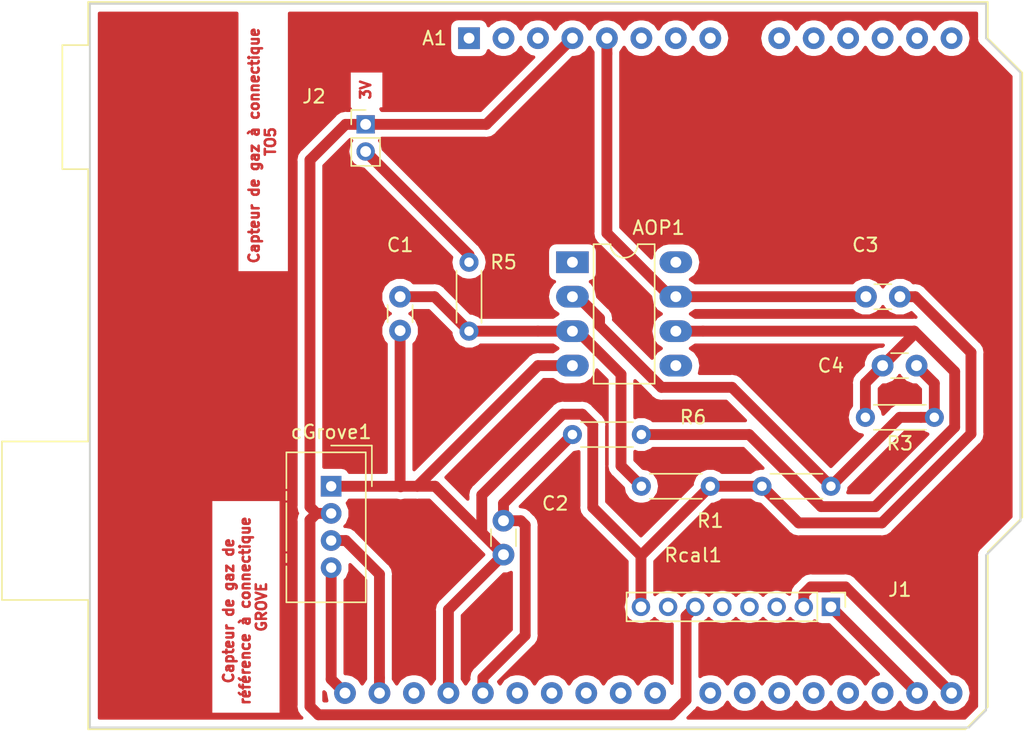
<source format=kicad_pcb>
(kicad_pcb (version 20171130) (host pcbnew "(5.0.0)")

  (general
    (thickness 1.6)
    (drawings 12)
    (tracks 104)
    (zones 0)
    (modules 14)
    (nets 13)
  )

  (page A4)
  (title_block
    (title "Gaz Sensor Arduino Shield")
    (date 2018-11-20)
    (rev 1.0)
    (company "INSA Toulouse")
    (comment 1 "Author: Rodier Nicolas - Hao Xu - Guangjie Zhang")
  )

  (layers
    (0 F.Cu signal)
    (31 B.Cu signal)
    (32 B.Adhes user)
    (33 F.Adhes user)
    (34 B.Paste user)
    (35 F.Paste user)
    (36 B.SilkS user)
    (37 F.SilkS user)
    (38 B.Mask user)
    (39 F.Mask user)
    (40 Dwgs.User user)
    (41 Cmts.User user)
    (42 Eco1.User user)
    (43 Eco2.User user)
    (44 Edge.Cuts user)
    (45 Margin user)
    (46 B.CrtYd user)
    (47 F.CrtYd user)
    (48 B.Fab user)
    (49 F.Fab user)
  )

  (setup
    (last_trace_width 0.8)
    (trace_clearance 0.4)
    (zone_clearance 0.508)
    (zone_45_only no)
    (trace_min 0.2)
    (segment_width 0.2)
    (edge_width 0.15)
    (via_size 1.6)
    (via_drill 0.8)
    (via_min_size 0.4)
    (via_min_drill 0.3)
    (uvia_size 0.3)
    (uvia_drill 0.1)
    (uvias_allowed no)
    (uvia_min_size 0.2)
    (uvia_min_drill 0.1)
    (pcb_text_width 0.3)
    (pcb_text_size 1.5 1.5)
    (mod_edge_width 0.15)
    (mod_text_size 1 1)
    (mod_text_width 0.15)
    (pad_size 1.524 1.524)
    (pad_drill 0.762)
    (pad_to_mask_clearance 0.2)
    (aux_axis_origin 0 0)
    (visible_elements 7FFFFFFF)
    (pcbplotparams
      (layerselection 0x010e0_ffffffff)
      (usegerberextensions false)
      (usegerberattributes false)
      (usegerberadvancedattributes false)
      (creategerberjobfile false)
      (excludeedgelayer true)
      (linewidth 0.100000)
      (plotframeref false)
      (viasonmask false)
      (mode 1)
      (useauxorigin false)
      (hpglpennumber 1)
      (hpglpenspeed 20)
      (hpglpendiameter 15.000000)
      (psnegative false)
      (psa4output false)
      (plotreference true)
      (plotvalue true)
      (plotinvisibletext false)
      (padsonsilk false)
      (subtractmaskfromsilk false)
      (outputformat 1)
      (mirror false)
      (drillshape 0)
      (scaleselection 1)
      (outputdirectory "./"))
  )

  (net 0 "")
  (net 1 arduino3v)
  (net 2 arduino5v)
  (net 3 arduino)
  (net 4 arduinognd)
  (net 5 "Net-(AOP1-Pad2)")
  (net 6 "Net-(AOP1-Pad6)")
  (net 7 "Net-(AOP1-Pad3)")
  (net 8 arduinoSCL)
  (net 9 arduinoSDA)
  (net 10 arduinoRx)
  (net 11 arduinoTx)
  (net 12 "Net-(J2-Pad2)")

  (net_class Default "Ceci est la Netclass par défaut."
    (clearance 0.4)
    (trace_width 0.8)
    (via_dia 1.6)
    (via_drill 0.8)
    (uvia_dia 0.3)
    (uvia_drill 0.1)
    (add_net "Net-(AOP1-Pad2)")
    (add_net "Net-(AOP1-Pad3)")
    (add_net "Net-(AOP1-Pad6)")
    (add_net "Net-(J2-Pad2)")
    (add_net arduino)
    (add_net arduino3v)
    (add_net arduino5v)
    (add_net arduinoRx)
    (add_net arduinoSCL)
    (add_net arduinoSDA)
    (add_net arduinoTx)
    (add_net arduinognd)
  )

  (module Module:Arduino_UNO_R3 (layer F.Cu) (tedit 58AB60FC) (tstamp 5C0054B6)
    (at 139.7 77.47)
    (descr "Arduino UNO R3, http://www.mouser.com/pdfdocs/Gravitech_Arduino_Nano3_0.pdf")
    (tags "Arduino UNO R3")
    (path /5BF3411C)
    (fp_text reference A1 (at -2.54 0 180) (layer F.SilkS)
      (effects (font (size 1 1) (thickness 0.15)))
    )
    (fp_text value "Arduino Uno" (at 0 22.86) (layer F.Fab)
      (effects (font (size 1 1) (thickness 0.15)))
    )
    (fp_text user %R (at 0 20.32 180) (layer F.Fab)
      (effects (font (size 1 1) (thickness 0.15)))
    )
    (fp_line (start 38.35 -2.79) (end 38.35 0) (layer F.CrtYd) (width 0.05))
    (fp_line (start 38.35 0) (end 40.89 2.54) (layer F.CrtYd) (width 0.05))
    (fp_line (start 40.89 2.54) (end 40.89 35.31) (layer F.CrtYd) (width 0.05))
    (fp_line (start 40.89 35.31) (end 38.35 37.85) (layer F.CrtYd) (width 0.05))
    (fp_line (start 38.35 37.85) (end 38.35 49.28) (layer F.CrtYd) (width 0.05))
    (fp_line (start 38.35 49.28) (end 36.58 51.05) (layer F.CrtYd) (width 0.05))
    (fp_line (start 36.58 51.05) (end -28.19 51.05) (layer F.CrtYd) (width 0.05))
    (fp_line (start -28.19 51.05) (end -28.19 41.53) (layer F.CrtYd) (width 0.05))
    (fp_line (start -28.19 41.53) (end -34.54 41.53) (layer F.CrtYd) (width 0.05))
    (fp_line (start -34.54 41.53) (end -34.54 29.59) (layer F.CrtYd) (width 0.05))
    (fp_line (start -34.54 29.59) (end -28.19 29.59) (layer F.CrtYd) (width 0.05))
    (fp_line (start -28.19 29.59) (end -28.19 9.78) (layer F.CrtYd) (width 0.05))
    (fp_line (start -28.19 9.78) (end -30.1 9.78) (layer F.CrtYd) (width 0.05))
    (fp_line (start -30.1 9.78) (end -30.1 0.38) (layer F.CrtYd) (width 0.05))
    (fp_line (start -30.1 0.38) (end -28.19 0.38) (layer F.CrtYd) (width 0.05))
    (fp_line (start -28.19 0.38) (end -28.19 -2.79) (layer F.CrtYd) (width 0.05))
    (fp_line (start -28.19 -2.79) (end 38.35 -2.79) (layer F.CrtYd) (width 0.05))
    (fp_line (start 40.77 35.31) (end 40.77 2.54) (layer F.SilkS) (width 0.12))
    (fp_line (start 40.77 2.54) (end 38.23 0) (layer F.SilkS) (width 0.12))
    (fp_line (start 38.23 0) (end 38.23 -2.67) (layer F.SilkS) (width 0.12))
    (fp_line (start 38.23 -2.67) (end -28.07 -2.67) (layer F.SilkS) (width 0.12))
    (fp_line (start -28.07 -2.67) (end -28.07 0.51) (layer F.SilkS) (width 0.12))
    (fp_line (start -28.07 0.51) (end -29.97 0.51) (layer F.SilkS) (width 0.12))
    (fp_line (start -29.97 0.51) (end -29.97 9.65) (layer F.SilkS) (width 0.12))
    (fp_line (start -29.97 9.65) (end -28.07 9.65) (layer F.SilkS) (width 0.12))
    (fp_line (start -28.07 9.65) (end -28.07 29.72) (layer F.SilkS) (width 0.12))
    (fp_line (start -28.07 29.72) (end -34.42 29.72) (layer F.SilkS) (width 0.12))
    (fp_line (start -34.42 29.72) (end -34.42 41.4) (layer F.SilkS) (width 0.12))
    (fp_line (start -34.42 41.4) (end -28.07 41.4) (layer F.SilkS) (width 0.12))
    (fp_line (start -28.07 41.4) (end -28.07 50.93) (layer F.SilkS) (width 0.12))
    (fp_line (start -28.07 50.93) (end 36.58 50.93) (layer F.SilkS) (width 0.12))
    (fp_line (start 36.58 50.93) (end 38.23 49.28) (layer F.SilkS) (width 0.12))
    (fp_line (start 38.23 49.28) (end 38.23 37.85) (layer F.SilkS) (width 0.12))
    (fp_line (start 38.23 37.85) (end 40.77 35.31) (layer F.SilkS) (width 0.12))
    (fp_line (start -34.29 29.84) (end -18.41 29.84) (layer F.Fab) (width 0.1))
    (fp_line (start -18.41 29.84) (end -18.41 41.27) (layer F.Fab) (width 0.1))
    (fp_line (start -18.41 41.27) (end -34.29 41.27) (layer F.Fab) (width 0.1))
    (fp_line (start -34.29 41.27) (end -34.29 29.84) (layer F.Fab) (width 0.1))
    (fp_line (start -29.84 0.64) (end -16.51 0.64) (layer F.Fab) (width 0.1))
    (fp_line (start -16.51 0.64) (end -16.51 9.53) (layer F.Fab) (width 0.1))
    (fp_line (start -16.51 9.53) (end -29.84 9.53) (layer F.Fab) (width 0.1))
    (fp_line (start -29.84 9.53) (end -29.84 0.64) (layer F.Fab) (width 0.1))
    (fp_line (start 38.1 37.85) (end 38.1 49.28) (layer F.Fab) (width 0.1))
    (fp_line (start 40.64 2.54) (end 40.64 35.31) (layer F.Fab) (width 0.1))
    (fp_line (start 40.64 35.31) (end 38.1 37.85) (layer F.Fab) (width 0.1))
    (fp_line (start 38.1 -2.54) (end 38.1 0) (layer F.Fab) (width 0.1))
    (fp_line (start 38.1 0) (end 40.64 2.54) (layer F.Fab) (width 0.1))
    (fp_line (start 38.1 49.28) (end 36.58 50.8) (layer F.Fab) (width 0.1))
    (fp_line (start 36.58 50.8) (end -27.94 50.8) (layer F.Fab) (width 0.1))
    (fp_line (start -27.94 50.8) (end -27.94 -2.54) (layer F.Fab) (width 0.1))
    (fp_line (start -27.94 -2.54) (end 38.1 -2.54) (layer F.Fab) (width 0.1))
    (pad 32 thru_hole oval (at -9.14 48.26 90) (size 1.6 1.6) (drill 0.8) (layers *.Cu *.Mask)
      (net 8 arduinoSCL))
    (pad 31 thru_hole oval (at -6.6 48.26 90) (size 1.6 1.6) (drill 0.8) (layers *.Cu *.Mask)
      (net 9 arduinoSDA))
    (pad 1 thru_hole rect (at 0 0 90) (size 1.6 1.6) (drill 0.8) (layers *.Cu *.Mask))
    (pad 17 thru_hole oval (at 30.48 48.26 90) (size 1.6 1.6) (drill 0.8) (layers *.Cu *.Mask))
    (pad 2 thru_hole oval (at 2.54 0 90) (size 1.6 1.6) (drill 0.8) (layers *.Cu *.Mask))
    (pad 18 thru_hole oval (at 27.94 48.26 90) (size 1.6 1.6) (drill 0.8) (layers *.Cu *.Mask))
    (pad 3 thru_hole oval (at 5.08 0 90) (size 1.6 1.6) (drill 0.8) (layers *.Cu *.Mask))
    (pad 19 thru_hole oval (at 25.4 48.26 90) (size 1.6 1.6) (drill 0.8) (layers *.Cu *.Mask))
    (pad 4 thru_hole oval (at 7.62 0 90) (size 1.6 1.6) (drill 0.8) (layers *.Cu *.Mask)
      (net 1 arduino3v))
    (pad 20 thru_hole oval (at 22.86 48.26 90) (size 1.6 1.6) (drill 0.8) (layers *.Cu *.Mask))
    (pad 5 thru_hole oval (at 10.16 0 90) (size 1.6 1.6) (drill 0.8) (layers *.Cu *.Mask)
      (net 2 arduino5v))
    (pad 21 thru_hole oval (at 20.32 48.26 90) (size 1.6 1.6) (drill 0.8) (layers *.Cu *.Mask))
    (pad 6 thru_hole oval (at 12.7 0 90) (size 1.6 1.6) (drill 0.8) (layers *.Cu *.Mask))
    (pad 22 thru_hole oval (at 17.78 48.26 90) (size 1.6 1.6) (drill 0.8) (layers *.Cu *.Mask))
    (pad 7 thru_hole oval (at 15.24 0 90) (size 1.6 1.6) (drill 0.8) (layers *.Cu *.Mask))
    (pad 23 thru_hole oval (at 13.72 48.26 90) (size 1.6 1.6) (drill 0.8) (layers *.Cu *.Mask))
    (pad 8 thru_hole oval (at 17.78 0 90) (size 1.6 1.6) (drill 0.8) (layers *.Cu *.Mask))
    (pad 24 thru_hole oval (at 11.18 48.26 90) (size 1.6 1.6) (drill 0.8) (layers *.Cu *.Mask))
    (pad 9 thru_hole oval (at 22.86 0 90) (size 1.6 1.6) (drill 0.8) (layers *.Cu *.Mask))
    (pad 25 thru_hole oval (at 8.64 48.26 90) (size 1.6 1.6) (drill 0.8) (layers *.Cu *.Mask))
    (pad 10 thru_hole oval (at 25.4 0 90) (size 1.6 1.6) (drill 0.8) (layers *.Cu *.Mask))
    (pad 26 thru_hole oval (at 6.1 48.26 90) (size 1.6 1.6) (drill 0.8) (layers *.Cu *.Mask))
    (pad 11 thru_hole oval (at 27.94 0 90) (size 1.6 1.6) (drill 0.8) (layers *.Cu *.Mask))
    (pad 27 thru_hole oval (at 3.56 48.26 90) (size 1.6 1.6) (drill 0.8) (layers *.Cu *.Mask))
    (pad 12 thru_hole oval (at 30.48 0 90) (size 1.6 1.6) (drill 0.8) (layers *.Cu *.Mask))
    (pad 28 thru_hole oval (at 1.02 48.26 90) (size 1.6 1.6) (drill 0.8) (layers *.Cu *.Mask)
      (net 3 arduino))
    (pad 13 thru_hole oval (at 33.02 0 90) (size 1.6 1.6) (drill 0.8) (layers *.Cu *.Mask))
    (pad 29 thru_hole oval (at -1.52 48.26 90) (size 1.6 1.6) (drill 0.8) (layers *.Cu *.Mask)
      (net 4 arduinognd))
    (pad 14 thru_hole oval (at 35.56 0 90) (size 1.6 1.6) (drill 0.8) (layers *.Cu *.Mask))
    (pad 30 thru_hole oval (at -4.06 48.26 90) (size 1.6 1.6) (drill 0.8) (layers *.Cu *.Mask))
    (pad 15 thru_hole oval (at 35.56 48.26 90) (size 1.6 1.6) (drill 0.8) (layers *.Cu *.Mask)
      (net 10 arduinoRx))
    (pad 16 thru_hole oval (at 33.02 48.26 90) (size 1.6 1.6) (drill 0.8) (layers *.Cu *.Mask)
      (net 11 arduinoTx))
    (model ${KISYS3DMOD}/Module.3dshapes/Arduino_UNO_R3.wrl
      (at (xyz 0 0 0))
      (scale (xyz 1 1 1))
      (rotate (xyz 0 0 0))
    )
  )

  (module Capacitor_THT:C_Disc_D3.0mm_W1.6mm_P2.50mm (layer F.Cu) (tedit 5AE50EF0) (tstamp 5C005516)
    (at 170.18 101.6)
    (descr "C, Disc series, Radial, pin pitch=2.50mm, , diameter*width=3.0*1.6mm^2, Capacitor, http://www.vishay.com/docs/45233/krseries.pdf")
    (tags "C Disc series Radial pin pitch 2.50mm  diameter 3.0mm width 1.6mm Capacitor")
    (path /5BF329E5)
    (fp_text reference C4 (at -3.81 0) (layer F.SilkS)
      (effects (font (size 1 1) (thickness 0.15)))
    )
    (fp_text value 1u (at 1.25 2.05) (layer F.Fab)
      (effects (font (size 1 1) (thickness 0.15)))
    )
    (fp_line (start -0.25 -0.8) (end -0.25 0.8) (layer F.Fab) (width 0.1))
    (fp_line (start -0.25 0.8) (end 2.75 0.8) (layer F.Fab) (width 0.1))
    (fp_line (start 2.75 0.8) (end 2.75 -0.8) (layer F.Fab) (width 0.1))
    (fp_line (start 2.75 -0.8) (end -0.25 -0.8) (layer F.Fab) (width 0.1))
    (fp_line (start 0.621 -0.92) (end 1.879 -0.92) (layer F.SilkS) (width 0.12))
    (fp_line (start 0.621 0.92) (end 1.879 0.92) (layer F.SilkS) (width 0.12))
    (fp_line (start -1.05 -1.05) (end -1.05 1.05) (layer F.CrtYd) (width 0.05))
    (fp_line (start -1.05 1.05) (end 3.55 1.05) (layer F.CrtYd) (width 0.05))
    (fp_line (start 3.55 1.05) (end 3.55 -1.05) (layer F.CrtYd) (width 0.05))
    (fp_line (start 3.55 -1.05) (end -1.05 -1.05) (layer F.CrtYd) (width 0.05))
    (fp_text user %R (at 1.27 0) (layer F.Fab)
      (effects (font (size 0.6 0.6) (thickness 0.09)))
    )
    (pad 1 thru_hole circle (at 0 0) (size 1.6 1.6) (drill 0.8) (layers *.Cu *.Mask)
      (net 6 "Net-(AOP1-Pad6)"))
    (pad 2 thru_hole circle (at 2.5 0) (size 1.6 1.6) (drill 0.8) (layers *.Cu *.Mask)
      (net 5 "Net-(AOP1-Pad2)"))
    (model ${KISYS3DMOD}/Capacitor_THT.3dshapes/C_Disc_D3.0mm_W1.6mm_P2.50mm.wrl
      (at (xyz 0 0 0))
      (scale (xyz 1 1 1))
      (rotate (xyz 0 0 0))
    )
  )

  (module Package_DIP:DIP-8_W7.62mm_LongPads (layer F.Cu) (tedit 5A02E8C5) (tstamp 5C0054D2)
    (at 147.32 93.98)
    (descr "8-lead though-hole mounted DIP package, row spacing 7.62 mm (300 mils), LongPads")
    (tags "THT DIP DIL PDIP 2.54mm 7.62mm 300mil LongPads")
    (path /5BF33B72)
    (fp_text reference AOP1 (at 6.35 -2.54) (layer F.SilkS)
      (effects (font (size 1 1) (thickness 0.15)))
    )
    (fp_text value LTC1050 (at -1.27 -2.54) (layer F.Fab)
      (effects (font (size 1 1) (thickness 0.15)))
    )
    (fp_text user %R (at 3.81 3.81) (layer F.Fab)
      (effects (font (size 1 1) (thickness 0.15)))
    )
    (fp_line (start 9.1 -1.55) (end -1.45 -1.55) (layer F.CrtYd) (width 0.05))
    (fp_line (start 9.1 9.15) (end 9.1 -1.55) (layer F.CrtYd) (width 0.05))
    (fp_line (start -1.45 9.15) (end 9.1 9.15) (layer F.CrtYd) (width 0.05))
    (fp_line (start -1.45 -1.55) (end -1.45 9.15) (layer F.CrtYd) (width 0.05))
    (fp_line (start 6.06 -1.33) (end 4.81 -1.33) (layer F.SilkS) (width 0.12))
    (fp_line (start 6.06 8.95) (end 6.06 -1.33) (layer F.SilkS) (width 0.12))
    (fp_line (start 1.56 8.95) (end 6.06 8.95) (layer F.SilkS) (width 0.12))
    (fp_line (start 1.56 -1.33) (end 1.56 8.95) (layer F.SilkS) (width 0.12))
    (fp_line (start 2.81 -1.33) (end 1.56 -1.33) (layer F.SilkS) (width 0.12))
    (fp_line (start 0.635 -0.27) (end 1.635 -1.27) (layer F.Fab) (width 0.1))
    (fp_line (start 0.635 8.89) (end 0.635 -0.27) (layer F.Fab) (width 0.1))
    (fp_line (start 6.985 8.89) (end 0.635 8.89) (layer F.Fab) (width 0.1))
    (fp_line (start 6.985 -1.27) (end 6.985 8.89) (layer F.Fab) (width 0.1))
    (fp_line (start 1.635 -1.27) (end 6.985 -1.27) (layer F.Fab) (width 0.1))
    (fp_arc (start 3.81 -1.33) (end 2.81 -1.33) (angle -180) (layer F.SilkS) (width 0.12))
    (pad 8 thru_hole oval (at 7.62 0) (size 2.4 1.6) (drill 0.8) (layers *.Cu *.Mask))
    (pad 4 thru_hole oval (at 0 7.62) (size 2.4 1.6) (drill 0.8) (layers *.Cu *.Mask)
      (net 4 arduinognd))
    (pad 7 thru_hole oval (at 7.62 2.54) (size 2.4 1.6) (drill 0.8) (layers *.Cu *.Mask)
      (net 2 arduino5v))
    (pad 3 thru_hole oval (at 0 5.08) (size 2.4 1.6) (drill 0.8) (layers *.Cu *.Mask)
      (net 7 "Net-(AOP1-Pad3)"))
    (pad 6 thru_hole oval (at 7.62 5.08) (size 2.4 1.6) (drill 0.8) (layers *.Cu *.Mask)
      (net 6 "Net-(AOP1-Pad6)"))
    (pad 2 thru_hole oval (at 0 2.54) (size 2.4 1.6) (drill 0.8) (layers *.Cu *.Mask)
      (net 5 "Net-(AOP1-Pad2)"))
    (pad 5 thru_hole oval (at 7.62 7.62) (size 2.4 1.6) (drill 0.8) (layers *.Cu *.Mask))
    (pad 1 thru_hole rect (at 0 0) (size 2.4 1.6) (drill 0.8) (layers *.Cu *.Mask))
    (model ${KISYS3DMOD}/Package_DIP.3dshapes/DIP-8_W7.62mm.wrl
      (at (xyz 0 0 0))
      (scale (xyz 1 1 1))
      (rotate (xyz 0 0 0))
    )
  )

  (module Capacitor_THT:C_Disc_D3.0mm_W1.6mm_P2.50mm (layer F.Cu) (tedit 5AE50EF0) (tstamp 5C0054E3)
    (at 134.62 96.52 270)
    (descr "C, Disc series, Radial, pin pitch=2.50mm, , diameter*width=3.0*1.6mm^2, Capacitor, http://www.vishay.com/docs/45233/krseries.pdf")
    (tags "C Disc series Radial pin pitch 2.50mm  diameter 3.0mm width 1.6mm Capacitor")
    (path /5BF32894)
    (fp_text reference C1 (at -3.81 0) (layer F.SilkS)
      (effects (font (size 1 1) (thickness 0.15)))
    )
    (fp_text value 100n (at -2.54 -1.27) (layer F.Fab)
      (effects (font (size 1 1) (thickness 0.15)))
    )
    (fp_line (start -0.25 -0.8) (end -0.25 0.8) (layer F.Fab) (width 0.1))
    (fp_line (start -0.25 0.8) (end 2.75 0.8) (layer F.Fab) (width 0.1))
    (fp_line (start 2.75 0.8) (end 2.75 -0.8) (layer F.Fab) (width 0.1))
    (fp_line (start 2.75 -0.8) (end -0.25 -0.8) (layer F.Fab) (width 0.1))
    (fp_line (start 0.621 -0.92) (end 1.879 -0.92) (layer F.SilkS) (width 0.12))
    (fp_line (start 0.621 0.92) (end 1.879 0.92) (layer F.SilkS) (width 0.12))
    (fp_line (start -1.05 -1.05) (end -1.05 1.05) (layer F.CrtYd) (width 0.05))
    (fp_line (start -1.05 1.05) (end 3.55 1.05) (layer F.CrtYd) (width 0.05))
    (fp_line (start 3.55 1.05) (end 3.55 -1.05) (layer F.CrtYd) (width 0.05))
    (fp_line (start 3.55 -1.05) (end -1.05 -1.05) (layer F.CrtYd) (width 0.05))
    (fp_text user %R (at -0.25 0.8 270) (layer F.Fab)
      (effects (font (size 0.6 0.6) (thickness 0.09)))
    )
    (pad 1 thru_hole circle (at 0 0 270) (size 1.6 1.6) (drill 0.8) (layers *.Cu *.Mask)
      (net 7 "Net-(AOP1-Pad3)"))
    (pad 2 thru_hole circle (at 2.5 0 270) (size 1.6 1.6) (drill 0.8) (layers *.Cu *.Mask)
      (net 4 arduinognd))
    (model ${KISYS3DMOD}/Capacitor_THT.3dshapes/C_Disc_D3.0mm_W1.6mm_P2.50mm.wrl
      (at (xyz 0 0 0))
      (scale (xyz 1 1 1))
      (rotate (xyz 0 0 0))
    )
  )

  (module Capacitor_THT:C_Disc_D3.0mm_W1.6mm_P2.50mm (layer F.Cu) (tedit 5BFED607) (tstamp 5C0054F4)
    (at 142.24 113.03 270)
    (descr "C, Disc series, Radial, pin pitch=2.50mm, , diameter*width=3.0*1.6mm^2, Capacitor, http://www.vishay.com/docs/45233/krseries.pdf")
    (tags "C Disc series Radial pin pitch 2.50mm  diameter 3.0mm width 1.6mm Capacitor")
    (path /5BF33D46)
    (fp_text reference C2 (at -1.27 -3.81) (layer F.SilkS)
      (effects (font (size 1 1) (thickness 0.15)))
    )
    (fp_text value 100n (at 1.27 -5.08) (layer F.Fab)
      (effects (font (size 1 1) (thickness 0.15)))
    )
    (fp_text user %R (at 1.25 0 270) (layer F.Fab)
      (effects (font (size 0.6 0.6) (thickness 0.09)))
    )
    (fp_line (start 3.55 -1.05) (end -1.05 -1.05) (layer F.CrtYd) (width 0.05))
    (fp_line (start 3.55 1.05) (end 3.55 -1.05) (layer F.CrtYd) (width 0.05))
    (fp_line (start -1.05 1.05) (end 3.55 1.05) (layer F.CrtYd) (width 0.05))
    (fp_line (start -1.05 -1.05) (end -1.05 1.05) (layer F.CrtYd) (width 0.05))
    (fp_line (start 0.621 0.92) (end 1.879 0.92) (layer F.SilkS) (width 0.12))
    (fp_line (start 0.621 -0.92) (end 1.879 -0.92) (layer F.SilkS) (width 0.12))
    (fp_line (start 2.75 -0.8) (end -0.25 -0.8) (layer F.Fab) (width 0.1))
    (fp_line (start 2.75 0.8) (end 2.75 -0.8) (layer F.Fab) (width 0.1))
    (fp_line (start -0.25 0.8) (end 2.75 0.8) (layer F.Fab) (width 0.1))
    (fp_line (start -0.25 -0.8) (end -0.25 0.8) (layer F.Fab) (width 0.1))
    (pad 2 thru_hole circle (at 2.5 0 270) (size 1.6 1.6) (drill 0.8) (layers *.Cu *.Mask)
      (net 4 arduinognd))
    (pad 1 thru_hole circle (at 0 0 270) (size 1.6 1.6) (drill 0.8) (layers *.Cu *.Mask)
      (net 3 arduino))
    (model ${KISYS3DMOD}/Capacitor_THT.3dshapes/C_Disc_D3.0mm_W1.6mm_P2.50mm.wrl
      (at (xyz 0 0 0))
      (scale (xyz 1 1 1))
      (rotate (xyz 0 0 0))
    )
  )

  (module Capacitor_THT:C_Disc_D3.0mm_W1.6mm_P2.50mm (layer F.Cu) (tedit 5AE50EF0) (tstamp 5C005505)
    (at 171.45 96.52 180)
    (descr "C, Disc series, Radial, pin pitch=2.50mm, , diameter*width=3.0*1.6mm^2, Capacitor, http://www.vishay.com/docs/45233/krseries.pdf")
    (tags "C Disc series Radial pin pitch 2.50mm  diameter 3.0mm width 1.6mm Capacitor")
    (path /5BF32948)
    (fp_text reference C3 (at 2.54 3.81 180) (layer F.SilkS)
      (effects (font (size 1 1) (thickness 0.15)))
    )
    (fp_text value 100n (at 1.25 2.05 180) (layer F.Fab)
      (effects (font (size 1 1) (thickness 0.15)))
    )
    (fp_line (start -0.25 -0.8) (end -0.25 0.8) (layer F.Fab) (width 0.1))
    (fp_line (start -0.25 0.8) (end 2.75 0.8) (layer F.Fab) (width 0.1))
    (fp_line (start 2.75 0.8) (end 2.75 -0.8) (layer F.Fab) (width 0.1))
    (fp_line (start 2.75 -0.8) (end -0.25 -0.8) (layer F.Fab) (width 0.1))
    (fp_line (start 0.621 -0.92) (end 1.879 -0.92) (layer F.SilkS) (width 0.12))
    (fp_line (start 0.621 0.92) (end 1.879 0.92) (layer F.SilkS) (width 0.12))
    (fp_line (start -1.05 -1.05) (end -1.05 1.05) (layer F.CrtYd) (width 0.05))
    (fp_line (start -1.05 1.05) (end 3.55 1.05) (layer F.CrtYd) (width 0.05))
    (fp_line (start 3.55 1.05) (end 3.55 -1.05) (layer F.CrtYd) (width 0.05))
    (fp_line (start 3.55 -1.05) (end -1.05 -1.05) (layer F.CrtYd) (width 0.05))
    (fp_text user %R (at 1.25 0 180) (layer F.Fab)
      (effects (font (size 0.6 0.6) (thickness 0.09)))
    )
    (pad 1 thru_hole circle (at 0 0 180) (size 1.6 1.6) (drill 0.8) (layers *.Cu *.Mask)
      (net 4 arduinognd))
    (pad 2 thru_hole circle (at 2.5 0 180) (size 1.6 1.6) (drill 0.8) (layers *.Cu *.Mask)
      (net 2 arduino5v))
    (model ${KISYS3DMOD}/Capacitor_THT.3dshapes/C_Disc_D3.0mm_W1.6mm_P2.50mm.wrl
      (at (xyz 0 0 0))
      (scale (xyz 1 1 1))
      (rotate (xyz 0 0 0))
    )
  )

  (module Resistor_THT:R_Axial_DIN0204_L3.6mm_D1.6mm_P5.08mm_Horizontal (layer F.Cu) (tedit 5AE5139B) (tstamp 5C005529)
    (at 157.48 110.49 180)
    (descr "Resistor, Axial_DIN0204 series, Axial, Horizontal, pin pitch=5.08mm, 0.167W, length*diameter=3.6*1.6mm^2, http://cdn-reichelt.de/documents/datenblatt/B400/1_4W%23YAG.pdf")
    (tags "Resistor Axial_DIN0204 series Axial Horizontal pin pitch 5.08mm 0.167W length 3.6mm diameter 1.6mm")
    (path /5BF34709)
    (fp_text reference R1 (at 0 -2.54 180) (layer F.SilkS)
      (effects (font (size 1 1) (thickness 0.15)))
    )
    (fp_text value 100k (at 2.54 1.92 180) (layer F.Fab)
      (effects (font (size 1 1) (thickness 0.15)))
    )
    (fp_line (start 0.74 -0.8) (end 0.74 0.8) (layer F.Fab) (width 0.1))
    (fp_line (start 0.74 0.8) (end 4.34 0.8) (layer F.Fab) (width 0.1))
    (fp_line (start 4.34 0.8) (end 4.34 -0.8) (layer F.Fab) (width 0.1))
    (fp_line (start 4.34 -0.8) (end 0.74 -0.8) (layer F.Fab) (width 0.1))
    (fp_line (start 0 0) (end 0.74 0) (layer F.Fab) (width 0.1))
    (fp_line (start 5.08 0) (end 4.34 0) (layer F.Fab) (width 0.1))
    (fp_line (start 0.62 -0.92) (end 4.46 -0.92) (layer F.SilkS) (width 0.12))
    (fp_line (start 0.62 0.92) (end 4.46 0.92) (layer F.SilkS) (width 0.12))
    (fp_line (start -0.95 -1.05) (end -0.95 1.05) (layer F.CrtYd) (width 0.05))
    (fp_line (start -0.95 1.05) (end 6.03 1.05) (layer F.CrtYd) (width 0.05))
    (fp_line (start 6.03 1.05) (end 6.03 -1.05) (layer F.CrtYd) (width 0.05))
    (fp_line (start 6.03 -1.05) (end -0.95 -1.05) (layer F.CrtYd) (width 0.05))
    (fp_text user %R (at 2.54 0 180) (layer F.Fab)
      (effects (font (size 0.72 0.72) (thickness 0.108)))
    )
    (pad 1 thru_hole circle (at 0 0 180) (size 1.4 1.4) (drill 0.7) (layers *.Cu *.Mask)
      (net 4 arduinognd))
    (pad 2 thru_hole oval (at 5.08 0 180) (size 1.4 1.4) (drill 0.7) (layers *.Cu *.Mask)
      (net 7 "Net-(AOP1-Pad3)"))
    (model ${KISYS3DMOD}/Resistor_THT.3dshapes/R_Axial_DIN0204_L3.6mm_D1.6mm_P5.08mm_Horizontal.wrl
      (at (xyz 0 0 0))
      (scale (xyz 1 1 1))
      (rotate (xyz 0 0 0))
    )
  )

  (module Resistor_THT:R_Axial_DIN0204_L3.6mm_D1.6mm_P5.08mm_Horizontal (layer F.Cu) (tedit 5AE5139B) (tstamp 5C00553C)
    (at 173.99 105.41 180)
    (descr "Resistor, Axial_DIN0204 series, Axial, Horizontal, pin pitch=5.08mm, 0.167W, length*diameter=3.6*1.6mm^2, http://cdn-reichelt.de/documents/datenblatt/B400/1_4W%23YAG.pdf")
    (tags "Resistor Axial_DIN0204 series Axial Horizontal pin pitch 5.08mm 0.167W length 3.6mm diameter 1.6mm")
    (path /5BF326C0)
    (fp_text reference R3 (at 2.54 -1.92 180) (layer F.SilkS)
      (effects (font (size 1 1) (thickness 0.15)))
    )
    (fp_text value 100k (at 2.54 1.92 180) (layer F.Fab)
      (effects (font (size 1 1) (thickness 0.15)))
    )
    (fp_text user %R (at 2.54 0 180) (layer F.Fab)
      (effects (font (size 0.72 0.72) (thickness 0.108)))
    )
    (fp_line (start 6.03 -1.05) (end -0.95 -1.05) (layer F.CrtYd) (width 0.05))
    (fp_line (start 6.03 1.05) (end 6.03 -1.05) (layer F.CrtYd) (width 0.05))
    (fp_line (start -0.95 1.05) (end 6.03 1.05) (layer F.CrtYd) (width 0.05))
    (fp_line (start -0.95 -1.05) (end -0.95 1.05) (layer F.CrtYd) (width 0.05))
    (fp_line (start 0.62 0.92) (end 4.46 0.92) (layer F.SilkS) (width 0.12))
    (fp_line (start 0.62 -0.92) (end 4.46 -0.92) (layer F.SilkS) (width 0.12))
    (fp_line (start 5.08 0) (end 4.34 0) (layer F.Fab) (width 0.1))
    (fp_line (start 0 0) (end 0.74 0) (layer F.Fab) (width 0.1))
    (fp_line (start 4.34 -0.8) (end 0.74 -0.8) (layer F.Fab) (width 0.1))
    (fp_line (start 4.34 0.8) (end 4.34 -0.8) (layer F.Fab) (width 0.1))
    (fp_line (start 0.74 0.8) (end 4.34 0.8) (layer F.Fab) (width 0.1))
    (fp_line (start 0.74 -0.8) (end 0.74 0.8) (layer F.Fab) (width 0.1))
    (pad 2 thru_hole oval (at 5.08 0 180) (size 1.4 1.4) (drill 0.7) (layers *.Cu *.Mask)
      (net 6 "Net-(AOP1-Pad6)"))
    (pad 1 thru_hole circle (at 0 0 180) (size 1.4 1.4) (drill 0.7) (layers *.Cu *.Mask)
      (net 5 "Net-(AOP1-Pad2)"))
    (model ${KISYS3DMOD}/Resistor_THT.3dshapes/R_Axial_DIN0204_L3.6mm_D1.6mm_P5.08mm_Horizontal.wrl
      (at (xyz 0 0 0))
      (scale (xyz 1 1 1))
      (rotate (xyz 0 0 0))
    )
  )

  (module Resistor_THT:R_Axial_DIN0204_L3.6mm_D1.6mm_P5.08mm_Horizontal (layer F.Cu) (tedit 5AE5139B) (tstamp 5C00554F)
    (at 139.7 99.06 90)
    (descr "Resistor, Axial_DIN0204 series, Axial, Horizontal, pin pitch=5.08mm, 0.167W, length*diameter=3.6*1.6mm^2, http://cdn-reichelt.de/documents/datenblatt/B400/1_4W%23YAG.pdf")
    (tags "Resistor Axial_DIN0204 series Axial Horizontal pin pitch 5.08mm 0.167W length 3.6mm diameter 1.6mm")
    (path /5BF32464)
    (fp_text reference R5 (at 5.08 2.54 180) (layer F.SilkS)
      (effects (font (size 1 1) (thickness 0.15)))
    )
    (fp_text value 10k (at 2.54 2.54 180) (layer F.Fab)
      (effects (font (size 1 1) (thickness 0.15)))
    )
    (fp_line (start 0.74 -0.8) (end 0.74 0.8) (layer F.Fab) (width 0.1))
    (fp_line (start 0.74 0.8) (end 4.34 0.8) (layer F.Fab) (width 0.1))
    (fp_line (start 4.34 0.8) (end 4.34 -0.8) (layer F.Fab) (width 0.1))
    (fp_line (start 4.34 -0.8) (end 0.74 -0.8) (layer F.Fab) (width 0.1))
    (fp_line (start 0 0) (end 0.74 0) (layer F.Fab) (width 0.1))
    (fp_line (start 5.08 0) (end 4.34 0) (layer F.Fab) (width 0.1))
    (fp_line (start 0.62 -0.92) (end 4.46 -0.92) (layer F.SilkS) (width 0.12))
    (fp_line (start 0.62 0.92) (end 4.46 0.92) (layer F.SilkS) (width 0.12))
    (fp_line (start -0.95 -1.05) (end -0.95 1.05) (layer F.CrtYd) (width 0.05))
    (fp_line (start -0.95 1.05) (end 6.03 1.05) (layer F.CrtYd) (width 0.05))
    (fp_line (start 6.03 1.05) (end 6.03 -1.05) (layer F.CrtYd) (width 0.05))
    (fp_line (start 6.03 -1.05) (end -0.95 -1.05) (layer F.CrtYd) (width 0.05))
    (fp_text user %R (at 3.81 0 90) (layer F.Fab)
      (effects (font (size 0.72 0.72) (thickness 0.108)))
    )
    (pad 1 thru_hole circle (at 0 0 90) (size 1.4 1.4) (drill 0.7) (layers *.Cu *.Mask)
      (net 7 "Net-(AOP1-Pad3)"))
    (pad 2 thru_hole oval (at 5.08 0 90) (size 1.4 1.4) (drill 0.7) (layers *.Cu *.Mask)
      (net 12 "Net-(J2-Pad2)"))
    (model ${KISYS3DMOD}/Resistor_THT.3dshapes/R_Axial_DIN0204_L3.6mm_D1.6mm_P5.08mm_Horizontal.wrl
      (at (xyz 0 0 0))
      (scale (xyz 1 1 1))
      (rotate (xyz 0 0 0))
    )
  )

  (module Resistor_THT:R_Axial_DIN0204_L3.6mm_D1.6mm_P5.08mm_Horizontal (layer F.Cu) (tedit 5AE5139B) (tstamp 5C005562)
    (at 152.4 106.68 180)
    (descr "Resistor, Axial_DIN0204 series, Axial, Horizontal, pin pitch=5.08mm, 0.167W, length*diameter=3.6*1.6mm^2, http://cdn-reichelt.de/documents/datenblatt/B400/1_4W%23YAG.pdf")
    (tags "Resistor Axial_DIN0204 series Axial Horizontal pin pitch 5.08mm 0.167W length 3.6mm diameter 1.6mm")
    (path /5BF33CF8)
    (fp_text reference R6 (at -3.81 1.27 180) (layer F.SilkS)
      (effects (font (size 1 1) (thickness 0.15)))
    )
    (fp_text value 1k (at -6.35 1.27 180) (layer F.Fab)
      (effects (font (size 1 1) (thickness 0.15)))
    )
    (fp_line (start 0.74 -0.8) (end 0.74 0.8) (layer F.Fab) (width 0.1))
    (fp_line (start 0.74 0.8) (end 4.34 0.8) (layer F.Fab) (width 0.1))
    (fp_line (start 4.34 0.8) (end 4.34 -0.8) (layer F.Fab) (width 0.1))
    (fp_line (start 4.34 -0.8) (end 0.74 -0.8) (layer F.Fab) (width 0.1))
    (fp_line (start 0 0) (end 0.74 0) (layer F.Fab) (width 0.1))
    (fp_line (start 5.08 0) (end 4.34 0) (layer F.Fab) (width 0.1))
    (fp_line (start 0.62 -0.92) (end 4.46 -0.92) (layer F.SilkS) (width 0.12))
    (fp_line (start 0.62 0.92) (end 4.46 0.92) (layer F.SilkS) (width 0.12))
    (fp_line (start -0.95 -1.05) (end -0.95 1.05) (layer F.CrtYd) (width 0.05))
    (fp_line (start -0.95 1.05) (end 6.03 1.05) (layer F.CrtYd) (width 0.05))
    (fp_line (start 6.03 1.05) (end 6.03 -1.05) (layer F.CrtYd) (width 0.05))
    (fp_line (start 6.03 -1.05) (end -0.95 -1.05) (layer F.CrtYd) (width 0.05))
    (fp_text user %R (at 2.54 0 180) (layer F.Fab)
      (effects (font (size 0.72 0.72) (thickness 0.108)))
    )
    (pad 1 thru_hole circle (at 0 0 180) (size 1.4 1.4) (drill 0.7) (layers *.Cu *.Mask)
      (net 6 "Net-(AOP1-Pad6)"))
    (pad 2 thru_hole oval (at 5.08 0 180) (size 1.4 1.4) (drill 0.7) (layers *.Cu *.Mask)
      (net 3 arduino))
    (model ${KISYS3DMOD}/Resistor_THT.3dshapes/R_Axial_DIN0204_L3.6mm_D1.6mm_P5.08mm_Horizontal.wrl
      (at (xyz 0 0 0))
      (scale (xyz 1 1 1))
      (rotate (xyz 0 0 0))
    )
  )

  (module Resistor_THT:R_Axial_DIN0204_L3.6mm_D1.6mm_P5.08mm_Horizontal (layer F.Cu) (tedit 5AE5139B) (tstamp 5C005575)
    (at 166.37 110.49 180)
    (descr "Resistor, Axial_DIN0204 series, Axial, Horizontal, pin pitch=5.08mm, 0.167W, length*diameter=3.6*1.6mm^2, http://cdn-reichelt.de/documents/datenblatt/B400/1_4W%23YAG.pdf")
    (tags "Resistor Axial_DIN0204 series Axial Horizontal pin pitch 5.08mm 0.167W length 3.6mm diameter 1.6mm")
    (path /5BF3258A)
    (fp_text reference Rcal1 (at 10.16 -5.08 180) (layer F.SilkS)
      (effects (font (size 1 1) (thickness 0.15)))
    )
    (fp_text value 5k (at 2.54 1.92 180) (layer F.Fab)
      (effects (font (size 1 1) (thickness 0.15)))
    )
    (fp_line (start 0.74 -0.8) (end 0.74 0.8) (layer F.Fab) (width 0.1))
    (fp_line (start 0.74 0.8) (end 4.34 0.8) (layer F.Fab) (width 0.1))
    (fp_line (start 4.34 0.8) (end 4.34 -0.8) (layer F.Fab) (width 0.1))
    (fp_line (start 4.34 -0.8) (end 0.74 -0.8) (layer F.Fab) (width 0.1))
    (fp_line (start 0 0) (end 0.74 0) (layer F.Fab) (width 0.1))
    (fp_line (start 5.08 0) (end 4.34 0) (layer F.Fab) (width 0.1))
    (fp_line (start 0.62 -0.92) (end 4.46 -0.92) (layer F.SilkS) (width 0.12))
    (fp_line (start 0.62 0.92) (end 4.46 0.92) (layer F.SilkS) (width 0.12))
    (fp_line (start -0.95 -1.05) (end -0.95 1.05) (layer F.CrtYd) (width 0.05))
    (fp_line (start -0.95 1.05) (end 6.03 1.05) (layer F.CrtYd) (width 0.05))
    (fp_line (start 6.03 1.05) (end 6.03 -1.05) (layer F.CrtYd) (width 0.05))
    (fp_line (start 6.03 -1.05) (end -0.95 -1.05) (layer F.CrtYd) (width 0.05))
    (fp_text user %R (at 2.54 0 180) (layer F.Fab)
      (effects (font (size 0.72 0.72) (thickness 0.108)))
    )
    (pad 1 thru_hole circle (at 0 0 180) (size 1.4 1.4) (drill 0.7) (layers *.Cu *.Mask)
      (net 5 "Net-(AOP1-Pad2)"))
    (pad 2 thru_hole oval (at 5.08 0 180) (size 1.4 1.4) (drill 0.7) (layers *.Cu *.Mask)
      (net 4 arduinognd))
    (model ${KISYS3DMOD}/Resistor_THT.3dshapes/R_Axial_DIN0204_L3.6mm_D1.6mm_P5.08mm_Horizontal.wrl
      (at (xyz 0 0 0))
      (scale (xyz 1 1 1))
      (rotate (xyz 0 0 0))
    )
  )

  (module Connector:NS-Tech_Grove_1x04_P2mm_Vertical (layer F.Cu) (tedit 5A2A5779) (tstamp 5C0BEE41)
    (at 129.54 110.49)
    (descr https://statics3.seeedstudio.com/images/opl/datasheet/3470130P1.pdf)
    (tags Grove-1x04)
    (path /5C00F73A)
    (fp_text reference cGrove1 (at 0 -4) (layer F.SilkS)
      (effects (font (size 1 1) (thickness 0.15)))
    )
    (fp_text value connectiqueGrove (at 4.19 2.83 90) (layer F.Fab)
      (effects (font (size 1 1) (thickness 0.15)))
    )
    (fp_text user %R (at -2 2 90) (layer F.Fab)
      (effects (font (size 1 1) (thickness 0.15)))
    )
    (fp_line (start 0.9 0) (end 2.2 1) (layer F.Fab) (width 0.1))
    (fp_line (start 2.2 -1) (end 0.9 0) (layer F.Fab) (width 0.1))
    (fp_line (start 3 -3) (end 3 0) (layer F.SilkS) (width 0.12))
    (fp_line (start 0 -3) (end 3 -3) (layer F.SilkS) (width 0.12))
    (fp_line (start -3.45 -2.65) (end -3.45 8.7) (layer F.CrtYd) (width 0.05))
    (fp_line (start -3.45 8.7) (end 2.7 8.7) (layer F.CrtYd) (width 0.05))
    (fp_line (start 2.7 8.7) (end 2.7 -2.65) (layer F.CrtYd) (width 0.05))
    (fp_line (start -3.45 -2.65) (end 2.7 -2.65) (layer F.CrtYd) (width 0.05))
    (fp_line (start -3.3 5) (end -3.3 5.6) (layer F.SilkS) (width 0.12))
    (fp_line (start -3.3 0.4) (end -3.3 1) (layer F.SilkS) (width 0.12))
    (fp_line (start 2.55 -2.5) (end 2.55 8.55) (layer F.SilkS) (width 0.12))
    (fp_line (start -3.3 -2.5) (end 2.55 -2.5) (layer F.SilkS) (width 0.12))
    (fp_line (start -3.3 1.25) (end -3.3 4.75) (layer F.SilkS) (width 0.12))
    (fp_line (start -3.3 8.55) (end 2.55 8.55) (layer F.SilkS) (width 0.12))
    (fp_line (start -3.3 -2.5) (end -3.3 0.15) (layer F.SilkS) (width 0.12))
    (fp_line (start -3.3 5.9) (end -3.3 8.55) (layer F.SilkS) (width 0.12))
    (fp_line (start -2.9 -2.1) (end 2.2 -2.1) (layer F.Fab) (width 0.1))
    (fp_line (start 2.2 -2.1) (end 2.2 8.1) (layer F.Fab) (width 0.1))
    (fp_line (start 2.2 8.1) (end -2.9 8.1) (layer F.Fab) (width 0.1))
    (fp_line (start -2.9 8.1) (end -2.9 -2.1) (layer F.Fab) (width 0.1))
    (pad 1 thru_hole rect (at 0 0) (size 1.524 1.524) (drill 0.762) (layers *.Cu *.Mask)
      (net 4 arduinognd))
    (pad 2 thru_hole circle (at 0 2) (size 1.524 1.524) (drill 0.762) (layers *.Cu *.Mask)
      (net 1 arduino3v))
    (pad 3 thru_hole circle (at 0 4) (size 1.524 1.524) (drill 0.762) (layers *.Cu *.Mask)
      (net 9 arduinoSDA))
    (pad 4 thru_hole circle (at 0 6) (size 1.524 1.524) (drill 0.762) (layers *.Cu *.Mask)
      (net 8 arduinoSCL))
    (model ${KISYS3DMOD}/Connector.3dshapes/NS-Tech_Grove_1x04_P2mm_Vertical.wrl
      (at (xyz 0 0 0))
      (scale (xyz 0.3937 0.3937 0.3937))
      (rotate (xyz 0 0 -90))
    )
  )

  (module Connector_PinHeader_2.00mm:PinHeader_1x08_P2.00mm_Vertical (layer F.Cu) (tedit 59FED667) (tstamp 5C0BEE5D)
    (at 166.37 119.38 270)
    (descr "Through hole straight pin header, 1x08, 2.00mm pitch, single row")
    (tags "Through hole pin header THT 1x08 2.00mm single row")
    (path /5C00C577)
    (fp_text reference J1 (at -1.27 -5.08) (layer F.SilkS)
      (effects (font (size 1 1) (thickness 0.15)))
    )
    (fp_text value Conn_01x08_Female (at -3.81 -1.27) (layer F.Fab)
      (effects (font (size 1 1) (thickness 0.15)))
    )
    (fp_line (start -0.5 -1) (end 1 -1) (layer F.Fab) (width 0.1))
    (fp_line (start 1 -1) (end 1 15) (layer F.Fab) (width 0.1))
    (fp_line (start 1 15) (end -1 15) (layer F.Fab) (width 0.1))
    (fp_line (start -1 15) (end -1 -0.5) (layer F.Fab) (width 0.1))
    (fp_line (start -1 -0.5) (end -0.5 -1) (layer F.Fab) (width 0.1))
    (fp_line (start -1.06 15.06) (end 1.06 15.06) (layer F.SilkS) (width 0.12))
    (fp_line (start -1.06 1) (end -1.06 15.06) (layer F.SilkS) (width 0.12))
    (fp_line (start 1.06 1) (end 1.06 15.06) (layer F.SilkS) (width 0.12))
    (fp_line (start -1.06 1) (end 1.06 1) (layer F.SilkS) (width 0.12))
    (fp_line (start -1.06 0) (end -1.06 -1.06) (layer F.SilkS) (width 0.12))
    (fp_line (start -1.06 -1.06) (end 0 -1.06) (layer F.SilkS) (width 0.12))
    (fp_line (start -1.5 -1.5) (end -1.5 15.5) (layer F.CrtYd) (width 0.05))
    (fp_line (start -1.5 15.5) (end 1.5 15.5) (layer F.CrtYd) (width 0.05))
    (fp_line (start 1.5 15.5) (end 1.5 -1.5) (layer F.CrtYd) (width 0.05))
    (fp_line (start 1.5 -1.5) (end -1.5 -1.5) (layer F.CrtYd) (width 0.05))
    (fp_text user %R (at 0 7) (layer F.Fab)
      (effects (font (size 1 1) (thickness 0.15)))
    )
    (pad 1 thru_hole rect (at 0 0 270) (size 1.35 1.35) (drill 0.8) (layers *.Cu *.Mask)
      (net 11 arduinoTx))
    (pad 2 thru_hole oval (at 0 2 270) (size 1.35 1.35) (drill 0.8) (layers *.Cu *.Mask)
      (net 10 arduinoRx))
    (pad 3 thru_hole oval (at 0 4 270) (size 1.35 1.35) (drill 0.8) (layers *.Cu *.Mask))
    (pad 4 thru_hole oval (at 0 6 270) (size 1.35 1.35) (drill 0.8) (layers *.Cu *.Mask))
    (pad 5 thru_hole oval (at 0 8 270) (size 1.35 1.35) (drill 0.8) (layers *.Cu *.Mask))
    (pad 6 thru_hole oval (at 0 10 270) (size 1.35 1.35) (drill 0.8) (layers *.Cu *.Mask)
      (net 1 arduino3v))
    (pad 7 thru_hole oval (at 0 12 270) (size 1.35 1.35) (drill 0.8) (layers *.Cu *.Mask))
    (pad 8 thru_hole oval (at 0 14 270) (size 1.35 1.35) (drill 0.8) (layers *.Cu *.Mask)
      (net 4 arduinognd))
    (model ${KISYS3DMOD}/Connector_PinHeader_2.00mm.3dshapes/PinHeader_1x08_P2.00mm_Vertical.wrl
      (at (xyz 0 0 0))
      (scale (xyz 1 1 1))
      (rotate (xyz 0 0 0))
    )
  )

  (module Connector_PinHeader_2.00mm:PinHeader_1x02_P2.00mm_Vertical (layer F.Cu) (tedit 59FED667) (tstamp 5C0BEE73)
    (at 132.08 83.82)
    (descr "Through hole straight pin header, 1x02, 2.00mm pitch, single row")
    (tags "Through hole pin header THT 1x02 2.00mm single row")
    (path /5BFECE11)
    (fp_text reference J2 (at -3.81 -2.06) (layer F.SilkS)
      (effects (font (size 1 1) (thickness 0.15)))
    )
    (fp_text value Conn_01x02_Female (at 12.7 0) (layer F.Fab)
      (effects (font (size 1 1) (thickness 0.15)))
    )
    (fp_line (start -0.5 -1) (end 1 -1) (layer F.Fab) (width 0.1))
    (fp_line (start 1 -1) (end 1 3) (layer F.Fab) (width 0.1))
    (fp_line (start 1 3) (end -1 3) (layer F.Fab) (width 0.1))
    (fp_line (start -1 3) (end -1 -0.5) (layer F.Fab) (width 0.1))
    (fp_line (start -1 -0.5) (end -0.5 -1) (layer F.Fab) (width 0.1))
    (fp_line (start -1.06 3.06) (end 1.06 3.06) (layer F.SilkS) (width 0.12))
    (fp_line (start -1.06 1) (end -1.06 3.06) (layer F.SilkS) (width 0.12))
    (fp_line (start 1.06 1) (end 1.06 3.06) (layer F.SilkS) (width 0.12))
    (fp_line (start -1.06 1) (end 1.06 1) (layer F.SilkS) (width 0.12))
    (fp_line (start -1.06 0) (end -1.06 -1.06) (layer F.SilkS) (width 0.12))
    (fp_line (start -1.06 -1.06) (end 0 -1.06) (layer F.SilkS) (width 0.12))
    (fp_line (start -1.5 -1.5) (end -1.5 3.5) (layer F.CrtYd) (width 0.05))
    (fp_line (start -1.5 3.5) (end 1.5 3.5) (layer F.CrtYd) (width 0.05))
    (fp_line (start 1.5 3.5) (end 1.5 -1.5) (layer F.CrtYd) (width 0.05))
    (fp_line (start 1.5 -1.5) (end -1.5 -1.5) (layer F.CrtYd) (width 0.05))
    (fp_text user %R (at 0 1 90) (layer F.Fab)
      (effects (font (size 1 1) (thickness 0.15)))
    )
    (pad 1 thru_hole rect (at 0 0) (size 1.35 1.35) (drill 0.8) (layers *.Cu *.Mask)
      (net 1 arduino3v))
    (pad 2 thru_hole oval (at 0 2) (size 1.35 1.35) (drill 0.8) (layers *.Cu *.Mask)
      (net 12 "Net-(J2-Pad2)"))
    (model ${KISYS3DMOD}/Connector_PinHeader_2.00mm.3dshapes/PinHeader_1x02_P2.00mm_Vertical.wrl
      (at (xyz 0 0 0))
      (scale (xyz 1 1 1))
      (rotate (xyz 0 0 0))
    )
  )

  (gr_text "Capteur de gaz de \nréférence à connectique \nGROVE" (at 123.19 119.38 90) (layer F.Cu)
    (effects (font (size 0.75 0.75) (thickness 0.1875)))
  )
  (gr_text 3V (at 132.08 81.28 90) (layer F.Cu)
    (effects (font (size 0.75 0.75) (thickness 0.1875)))
  )
  (gr_text "Capteur de gaz à connectique \nTO5" (at 124.46 85.09 90) (layer F.Cu)
    (effects (font (size 0.75 0.75) (thickness 0.1875)))
  )
  (gr_line (start 177.8 127) (end 176.53 128.27) (layer Edge.Cuts) (width 0.15))
  (gr_line (start 177.8 115.57) (end 177.8 127) (layer Edge.Cuts) (width 0.15))
  (gr_line (start 180.34 113.03) (end 177.8 115.57) (layer Edge.Cuts) (width 0.15))
  (gr_line (start 180.34 80.01) (end 180.34 113.03) (layer Edge.Cuts) (width 0.15))
  (gr_line (start 177.8 77.47) (end 180.34 80.01) (layer Edge.Cuts) (width 0.15))
  (gr_line (start 177.8 74.93) (end 177.8 77.47) (layer Edge.Cuts) (width 0.15))
  (gr_line (start 111.76 74.93) (end 177.8 74.93) (layer Edge.Cuts) (width 0.15))
  (gr_line (start 111.76 128.27) (end 111.76 74.93) (layer Edge.Cuts) (width 0.15))
  (gr_line (start 176.53 128.27) (end 111.76 128.27) (layer Edge.Cuts) (width 0.15))

  (segment (start 127.977999 112.974371) (end 127.977999 126.707999) (width 0.8) (layer F.Cu) (net 1))
  (segment (start 128.46237 112.49) (end 127.977999 112.974371) (width 0.8) (layer F.Cu) (net 1))
  (segment (start 128.600001 127.330001) (end 154.609999 127.330001) (width 0.8) (layer F.Cu) (net 1))
  (segment (start 127.977999 126.707999) (end 128.600001 127.330001) (width 0.8) (layer F.Cu) (net 1))
  (segment (start 155.695001 120.054999) (end 156.37 119.38) (width 0.8) (layer F.Cu) (net 1))
  (segment (start 155.695001 126.244999) (end 155.695001 120.054999) (width 0.8) (layer F.Cu) (net 1))
  (segment (start 154.609999 127.330001) (end 155.695001 126.244999) (width 0.8) (layer F.Cu) (net 1))
  (segment (start 140.97 83.82) (end 147.32 77.47) (width 0.8) (layer F.Cu) (net 1))
  (segment (start 132.08 83.82) (end 140.97 83.82) (width 0.8) (layer F.Cu) (net 1))
  (segment (start 128.46237 112.49) (end 129.54 112.49) (width 0.8) (layer F.Cu) (net 1))
  (segment (start 127.977999 112.005629) (end 128.46237 112.49) (width 0.8) (layer F.Cu) (net 1))
  (segment (start 127.977999 86.447001) (end 127.977999 112.005629) (width 0.8) (layer F.Cu) (net 1))
  (segment (start 130.605 83.82) (end 127.977999 86.447001) (width 0.8) (layer F.Cu) (net 1))
  (segment (start 132.08 83.82) (end 130.605 83.82) (width 0.8) (layer F.Cu) (net 1))
  (segment (start 154.94 96.52) (end 155.34 96.52) (width 0.8) (layer F.Cu) (net 2))
  (segment (start 168.95 96.52) (end 154.94 96.52) (width 0.8) (layer F.Cu) (net 2))
  (segment (start 149.86 78.60137) (end 149.86 77.47) (width 0.8) (layer F.Cu) (net 2))
  (segment (start 149.86 91.84) (end 149.86 78.60137) (width 0.8) (layer F.Cu) (net 2))
  (segment (start 154.54 96.52) (end 149.86 91.84) (width 0.8) (layer F.Cu) (net 2))
  (segment (start 154.94 96.52) (end 154.54 96.52) (width 0.8) (layer F.Cu) (net 2))
  (segment (start 140.97 125.48) (end 140.72 125.73) (width 0.8) (layer F.Cu) (net 3))
  (segment (start 142.24 111.76) (end 147.32 106.68) (width 0.8) (layer F.Cu) (net 3))
  (segment (start 142.24 113.03) (end 142.24 111.76) (width 0.8) (layer F.Cu) (net 3))
  (segment (start 143.840001 121.478629) (end 143.840001 113.360001) (width 0.8) (layer F.Cu) (net 3))
  (segment (start 140.72 124.59863) (end 143.840001 121.478629) (width 0.8) (layer F.Cu) (net 3))
  (segment (start 140.72 125.73) (end 140.72 124.59863) (width 0.8) (layer F.Cu) (net 3))
  (segment (start 143.51 113.03) (end 142.24 113.03) (width 0.8) (layer F.Cu) (net 3))
  (segment (start 143.840001 113.360001) (end 143.51 113.03) (width 0.8) (layer F.Cu) (net 3))
  (segment (start 157.48 110.49) (end 161.29 110.49) (width 0.8) (layer F.Cu) (net 4))
  (segment (start 152.33 119.34) (end 152.37 119.38) (width 0.8) (layer F.Cu) (net 4))
  (segment (start 134.62 110.45) (end 134.62 99.02) (width 0.8) (layer F.Cu) (net 4))
  (segment (start 134.66 110.49) (end 134.62 110.45) (width 0.8) (layer F.Cu) (net 4))
  (segment (start 138.47 125.44) (end 138.18 125.73) (width 0.8) (layer F.Cu) (net 4))
  (segment (start 134.66 110.53) (end 134.62 110.49) (width 0.8) (layer F.Cu) (net 4))
  (segment (start 134.66 110.49) (end 134.62 110.49) (width 0.8) (layer F.Cu) (net 4))
  (segment (start 134.62 110.49) (end 129.54 110.49) (width 0.8) (layer F.Cu) (net 4))
  (segment (start 152.37 115.6) (end 157.48 110.49) (width 0.8) (layer F.Cu) (net 4))
  (segment (start 152.37 119.38) (end 152.37 115.6) (width 0.8) (layer F.Cu) (net 4))
  (segment (start 134.62 110.49) (end 135.89 110.49) (width 0.8) (layer F.Cu) (net 4))
  (segment (start 135.89 110.49) (end 144.78 101.6) (width 0.8) (layer F.Cu) (net 4))
  (segment (start 137.2 110.49) (end 142.24 115.53) (width 0.8) (layer F.Cu) (net 4))
  (segment (start 135.89 110.49) (end 137.2 110.49) (width 0.8) (layer F.Cu) (net 4))
  (segment (start 138.18 119.59) (end 142.24 115.53) (width 0.8) (layer F.Cu) (net 4))
  (segment (start 138.18 125.73) (end 138.18 119.59) (width 0.8) (layer F.Cu) (net 4))
  (segment (start 148.820001 112.050001) (end 152.37 115.6) (width 0.8) (layer F.Cu) (net 4))
  (segment (start 148.040001 105.179999) (end 148.820001 105.959999) (width 0.8) (layer F.Cu) (net 4))
  (segment (start 148.820001 105.959999) (end 148.820001 112.050001) (width 0.8) (layer F.Cu) (net 4))
  (segment (start 146.599999 105.179999) (end 148.040001 105.179999) (width 0.8) (layer F.Cu) (net 4))
  (segment (start 140.639999 111.139999) (end 146.599999 105.179999) (width 0.8) (layer F.Cu) (net 4))
  (segment (start 140.639999 113.929999) (end 140.639999 111.139999) (width 0.8) (layer F.Cu) (net 4))
  (segment (start 142.24 115.53) (end 140.639999 113.929999) (width 0.8) (layer F.Cu) (net 4))
  (segment (start 144.78 101.6) (end 147.32 101.6) (width 0.8) (layer F.Cu) (net 4))
  (segment (start 176.690012 106.627061) (end 176.690012 100.628642) (width 0.8) (layer F.Cu) (net 4))
  (segment (start 176.690012 100.628642) (end 172.58137 96.52) (width 0.8) (layer F.Cu) (net 4))
  (segment (start 170.127061 113.190012) (end 176.690012 106.627061) (width 0.8) (layer F.Cu) (net 4))
  (segment (start 163.990012 113.190012) (end 170.127061 113.190012) (width 0.8) (layer F.Cu) (net 4))
  (segment (start 161.29 110.49) (end 163.990012 113.190012) (width 0.8) (layer F.Cu) (net 4))
  (segment (start 172.58137 96.52) (end 171.45 96.52) (width 0.8) (layer F.Cu) (net 4))
  (segment (start 147.72 96.52) (end 147.32 96.52) (width 0.8) (layer F.Cu) (net 5))
  (segment (start 149.32001 98.12001) (end 147.72 96.52) (width 0.8) (layer F.Cu) (net 5))
  (segment (start 149.32001 98.642765) (end 149.32001 98.12001) (width 0.8) (layer F.Cu) (net 5))
  (segment (start 153.877255 103.20001) (end 149.32001 98.642765) (width 0.8) (layer F.Cu) (net 5))
  (segment (start 159.08001 103.20001) (end 153.877255 103.20001) (width 0.8) (layer F.Cu) (net 5))
  (segment (start 166.37 110.49) (end 159.08001 103.20001) (width 0.8) (layer F.Cu) (net 5))
  (segment (start 166.37 110.49) (end 171.45 105.41) (width 0.8) (layer F.Cu) (net 5))
  (segment (start 171.45 105.41) (end 173.000051 105.41) (width 0.8) (layer F.Cu) (net 5))
  (segment (start 173.000051 105.41) (end 173.99 105.41) (width 0.8) (layer F.Cu) (net 5))
  (segment (start 173.99 102.91) (end 172.68 101.6) (width 0.8) (layer F.Cu) (net 5))
  (segment (start 173.99 105.41) (end 173.99 102.91) (width 0.8) (layer F.Cu) (net 5))
  (segment (start 154.54 99.06) (end 154.94 99.06) (width 0.8) (layer F.Cu) (net 6))
  (segment (start 156.94 99.06) (end 154.94 99.06) (width 0.8) (layer F.Cu) (net 6))
  (segment (start 172.508002 99.06) (end 156.94 99.06) (width 0.8) (layer F.Cu) (net 6))
  (segment (start 160.339998 106.68) (end 165.649999 111.990001) (width 0.8) (layer F.Cu) (net 6))
  (segment (start 152.4 106.68) (end 160.339998 106.68) (width 0.8) (layer F.Cu) (net 6))
  (segment (start 165.649999 111.990001) (end 169.630001 111.990001) (width 0.8) (layer F.Cu) (net 6))
  (segment (start 169.630001 111.990001) (end 175.490001 106.130001) (width 0.8) (layer F.Cu) (net 6))
  (segment (start 175.490001 106.130001) (end 175.490001 102.041999) (width 0.8) (layer F.Cu) (net 6))
  (segment (start 175.490001 102.041999) (end 172.508002 99.06) (width 0.8) (layer F.Cu) (net 6))
  (segment (start 168.91 102.87) (end 170.18 101.6) (width 0.8) (layer F.Cu) (net 6))
  (segment (start 168.91 105.41) (end 168.91 102.87) (width 0.8) (layer F.Cu) (net 6))
  (segment (start 172.508002 99.271998) (end 172.508002 99.06) (width 0.8) (layer F.Cu) (net 6))
  (segment (start 170.18 101.6) (end 172.508002 99.271998) (width 0.8) (layer F.Cu) (net 6))
  (segment (start 137.16 96.52) (end 139.7 99.06) (width 0.8) (layer F.Cu) (net 7))
  (segment (start 134.62 96.52) (end 137.16 96.52) (width 0.8) (layer F.Cu) (net 7))
  (segment (start 139.7 99.06) (end 144.78 99.06) (width 0.8) (layer F.Cu) (net 7))
  (segment (start 144.78 99.06) (end 147.32 99.06) (width 0.8) (layer F.Cu) (net 7))
  (segment (start 147.72 99.06) (end 147.32 99.06) (width 0.8) (layer F.Cu) (net 7))
  (segment (start 150.899999 102.239999) (end 147.72 99.06) (width 0.8) (layer F.Cu) (net 7))
  (segment (start 150.899999 108.989999) (end 150.899999 102.239999) (width 0.8) (layer F.Cu) (net 7))
  (segment (start 152.4 110.49) (end 150.899999 108.989999) (width 0.8) (layer F.Cu) (net 7))
  (segment (start 129.54 124.71) (end 130.56 125.73) (width 0.8) (layer F.Cu) (net 8))
  (segment (start 129.54 116.49) (end 129.54 124.71) (width 0.8) (layer F.Cu) (net 8))
  (segment (start 133.1 124.59863) (end 133.1 125.73) (width 0.8) (layer F.Cu) (net 9))
  (segment (start 133.1 116.97237) (end 133.1 124.59863) (width 0.8) (layer F.Cu) (net 9))
  (segment (start 130.61763 114.49) (end 133.1 116.97237) (width 0.8) (layer F.Cu) (net 9))
  (segment (start 129.54 114.49) (end 130.61763 114.49) (width 0.8) (layer F.Cu) (net 9))
  (segment (start 174.460001 124.930001) (end 175.26 125.73) (width 0.8) (layer F.Cu) (net 10))
  (segment (start 167.434999 117.904999) (end 174.460001 124.930001) (width 0.8) (layer F.Cu) (net 10))
  (segment (start 164.890407 117.904999) (end 167.434999 117.904999) (width 0.8) (layer F.Cu) (net 10))
  (segment (start 164.37 118.425406) (end 164.890407 117.904999) (width 0.8) (layer F.Cu) (net 10))
  (segment (start 164.37 119.38) (end 164.37 118.425406) (width 0.8) (layer F.Cu) (net 10))
  (segment (start 172.72 125.73) (end 166.37 119.38) (width 0.8) (layer F.Cu) (net 11))
  (segment (start 139.7 93.44) (end 139.7 93.98) (width 0.8) (layer F.Cu) (net 12))
  (segment (start 132.08 85.82) (end 139.7 93.44) (width 0.8) (layer F.Cu) (net 12))

  (zone (net 0) (net_name "") (layer F.Cu) (tstamp 0) (hatch edge 0.508)
    (connect_pads (clearance 0.508))
    (min_thickness 0.254)
    (fill yes (arc_segments 16) (thermal_gap 0.508) (thermal_bridge_width 0.508))
    (polygon
      (pts
        (xy 111.76 74.93) (xy 177.8 74.93) (xy 177.8 77.47) (xy 180.34 80.01) (xy 180.34 113.03)
        (xy 177.8 115.57) (xy 177.8 127) (xy 176.53 128.27) (xy 111.76 128.27)
      )
    )
    (filled_polygon
      (pts
        (xy 122.581875 94.765178) (xy 126.476875 94.765178) (xy 126.476875 75.64) (xy 177.09 75.64) (xy 177.090001 77.400071)
        (xy 177.076091 77.47) (xy 177.107206 77.626422) (xy 177.131196 77.747028) (xy 177.28812 77.981881) (xy 177.347402 78.021492)
        (xy 179.63 80.304091) (xy 179.630001 112.735908) (xy 177.347402 115.018508) (xy 177.288119 115.05812) (xy 177.131195 115.292973)
        (xy 177.102999 115.434724) (xy 177.076091 115.57) (xy 177.09 115.639924) (xy 177.090001 126.705908) (xy 176.23591 127.56)
        (xy 155.84371 127.56) (xy 156.354777 127.048934) (xy 156.441194 126.991192) (xy 156.547182 126.83257) (xy 156.920091 127.08174)
        (xy 157.338667 127.165) (xy 157.621333 127.165) (xy 158.039909 127.08174) (xy 158.514577 126.764577) (xy 158.75 126.412242)
        (xy 158.985423 126.764577) (xy 159.460091 127.08174) (xy 159.878667 127.165) (xy 160.161333 127.165) (xy 160.579909 127.08174)
        (xy 161.054577 126.764577) (xy 161.29 126.412242) (xy 161.525423 126.764577) (xy 162.000091 127.08174) (xy 162.418667 127.165)
        (xy 162.701333 127.165) (xy 163.119909 127.08174) (xy 163.594577 126.764577) (xy 163.83 126.412242) (xy 164.065423 126.764577)
        (xy 164.540091 127.08174) (xy 164.958667 127.165) (xy 165.241333 127.165) (xy 165.659909 127.08174) (xy 166.134577 126.764577)
        (xy 166.37 126.412242) (xy 166.605423 126.764577) (xy 167.080091 127.08174) (xy 167.498667 127.165) (xy 167.781333 127.165)
        (xy 168.199909 127.08174) (xy 168.674577 126.764577) (xy 168.91 126.412242) (xy 169.145423 126.764577) (xy 169.620091 127.08174)
        (xy 170.038667 127.165) (xy 170.321333 127.165) (xy 170.739909 127.08174) (xy 171.214577 126.764577) (xy 171.45 126.412242)
        (xy 171.685423 126.764577) (xy 172.160091 127.08174) (xy 172.578667 127.165) (xy 172.861333 127.165) (xy 173.279909 127.08174)
        (xy 173.754577 126.764577) (xy 173.99 126.412242) (xy 174.225423 126.764577) (xy 174.700091 127.08174) (xy 175.118667 127.165)
        (xy 175.401333 127.165) (xy 175.819909 127.08174) (xy 176.294577 126.764577) (xy 176.61174 126.289909) (xy 176.723113 125.73)
        (xy 176.61174 125.170091) (xy 176.294577 124.695423) (xy 175.819909 124.37826) (xy 175.401333 124.295) (xy 175.28871 124.295)
        (xy 175.263937 124.270227) (xy 175.263935 124.270224) (xy 168.238936 117.245226) (xy 168.181192 117.158806) (xy 167.838836 116.930051)
        (xy 167.536934 116.869999) (xy 167.536933 116.869999) (xy 167.434999 116.849723) (xy 167.333065 116.869999) (xy 164.992341 116.869999)
        (xy 164.890407 116.849723) (xy 164.788472 116.869999) (xy 164.48657 116.930051) (xy 164.144214 117.158806) (xy 164.08647 117.245226)
        (xy 163.710225 117.621471) (xy 163.623808 117.679213) (xy 163.566066 117.76563) (xy 163.395052 118.02157) (xy 163.314724 118.425406)
        (xy 163.317708 118.440409) (xy 163.314457 118.435543) (xy 162.881136 118.146007) (xy 162.499022 118.07) (xy 162.240978 118.07)
        (xy 161.858864 118.146007) (xy 161.425543 118.435543) (xy 161.37 118.518669) (xy 161.314457 118.435543) (xy 160.881136 118.146007)
        (xy 160.499022 118.07) (xy 160.240978 118.07) (xy 159.858864 118.146007) (xy 159.425543 118.435543) (xy 159.37 118.518669)
        (xy 159.314457 118.435543) (xy 158.881136 118.146007) (xy 158.499022 118.07) (xy 158.240978 118.07) (xy 157.858864 118.146007)
        (xy 157.425543 118.435543) (xy 157.37 118.518669) (xy 157.314457 118.435543) (xy 156.881136 118.146007) (xy 156.499022 118.07)
        (xy 156.240978 118.07) (xy 155.858864 118.146007) (xy 155.425543 118.435543) (xy 155.37 118.518669) (xy 155.314457 118.435543)
        (xy 154.881136 118.146007) (xy 154.499022 118.07) (xy 154.240978 118.07) (xy 153.858864 118.146007) (xy 153.425543 118.435543)
        (xy 153.405 118.466288) (xy 153.405 116.02871) (xy 157.608711 111.825) (xy 157.745548 111.825) (xy 158.236217 111.621758)
        (xy 158.332975 111.525) (xy 160.436051 111.525) (xy 160.769109 111.747542) (xy 161.158515 111.825) (xy 161.16129 111.825)
        (xy 163.186077 113.849788) (xy 163.243819 113.936205) (xy 163.586175 114.16496) (xy 163.82326 114.212119) (xy 163.990012 114.245288)
        (xy 164.091946 114.225012) (xy 170.025127 114.225012) (xy 170.127061 114.245288) (xy 170.228995 114.225012) (xy 170.228996 114.225012)
        (xy 170.530898 114.16496) (xy 170.873254 113.936205) (xy 170.930998 113.849785) (xy 177.349788 107.430996) (xy 177.436205 107.373254)
        (xy 177.66496 107.030898) (xy 177.725012 106.728996) (xy 177.725012 106.728995) (xy 177.745288 106.627062) (xy 177.725012 106.525127)
        (xy 177.725012 100.730576) (xy 177.745288 100.628641) (xy 177.66496 100.224805) (xy 177.642879 100.191758) (xy 177.436205 99.882449)
        (xy 177.349788 99.824707) (xy 173.385307 95.860227) (xy 173.327563 95.773807) (xy 172.985207 95.545052) (xy 172.683305 95.485)
        (xy 172.683304 95.485) (xy 172.58137 95.464724) (xy 172.479436 95.485) (xy 172.444396 95.485) (xy 172.262862 95.303466)
        (xy 171.735439 95.085) (xy 171.164561 95.085) (xy 170.637138 95.303466) (xy 170.233466 95.707138) (xy 170.2 95.787932)
        (xy 170.166534 95.707138) (xy 169.762862 95.303466) (xy 169.235439 95.085) (xy 168.664561 95.085) (xy 168.137138 95.303466)
        (xy 167.955604 95.485) (xy 156.373944 95.485) (xy 156.022242 95.25) (xy 156.374577 95.014577) (xy 156.69174 94.539909)
        (xy 156.803113 93.98) (xy 156.69174 93.420091) (xy 156.374577 92.945423) (xy 155.899909 92.62826) (xy 155.481333 92.545)
        (xy 154.398667 92.545) (xy 153.980091 92.62826) (xy 153.505423 92.945423) (xy 153.18826 93.420091) (xy 153.141065 93.657355)
        (xy 150.895 91.41129) (xy 150.895 78.503944) (xy 151.13 78.152242) (xy 151.365423 78.504577) (xy 151.840091 78.82174)
        (xy 152.258667 78.905) (xy 152.541333 78.905) (xy 152.959909 78.82174) (xy 153.434577 78.504577) (xy 153.67 78.152242)
        (xy 153.905423 78.504577) (xy 154.380091 78.82174) (xy 154.798667 78.905) (xy 155.081333 78.905) (xy 155.499909 78.82174)
        (xy 155.974577 78.504577) (xy 156.21 78.152242) (xy 156.445423 78.504577) (xy 156.920091 78.82174) (xy 157.338667 78.905)
        (xy 157.621333 78.905) (xy 158.039909 78.82174) (xy 158.514577 78.504577) (xy 158.83174 78.029909) (xy 158.943113 77.47)
        (xy 161.096887 77.47) (xy 161.20826 78.029909) (xy 161.525423 78.504577) (xy 162.000091 78.82174) (xy 162.418667 78.905)
        (xy 162.701333 78.905) (xy 163.119909 78.82174) (xy 163.594577 78.504577) (xy 163.83 78.152242) (xy 164.065423 78.504577)
        (xy 164.540091 78.82174) (xy 164.958667 78.905) (xy 165.241333 78.905) (xy 165.659909 78.82174) (xy 166.134577 78.504577)
        (xy 166.37 78.152242) (xy 166.605423 78.504577) (xy 167.080091 78.82174) (xy 167.498667 78.905) (xy 167.781333 78.905)
        (xy 168.199909 78.82174) (xy 168.674577 78.504577) (xy 168.91 78.152242) (xy 169.145423 78.504577) (xy 169.620091 78.82174)
        (xy 170.038667 78.905) (xy 170.321333 78.905) (xy 170.739909 78.82174) (xy 171.214577 78.504577) (xy 171.45 78.152242)
        (xy 171.685423 78.504577) (xy 172.160091 78.82174) (xy 172.578667 78.905) (xy 172.861333 78.905) (xy 173.279909 78.82174)
        (xy 173.754577 78.504577) (xy 173.99 78.152242) (xy 174.225423 78.504577) (xy 174.700091 78.82174) (xy 175.118667 78.905)
        (xy 175.401333 78.905) (xy 175.819909 78.82174) (xy 176.294577 78.504577) (xy 176.61174 78.029909) (xy 176.723113 77.47)
        (xy 176.61174 76.910091) (xy 176.294577 76.435423) (xy 175.819909 76.11826) (xy 175.401333 76.035) (xy 175.118667 76.035)
        (xy 174.700091 76.11826) (xy 174.225423 76.435423) (xy 173.99 76.787758) (xy 173.754577 76.435423) (xy 173.279909 76.11826)
        (xy 172.861333 76.035) (xy 172.578667 76.035) (xy 172.160091 76.11826) (xy 171.685423 76.435423) (xy 171.45 76.787758)
        (xy 171.214577 76.435423) (xy 170.739909 76.11826) (xy 170.321333 76.035) (xy 170.038667 76.035) (xy 169.620091 76.11826)
        (xy 169.145423 76.435423) (xy 168.91 76.787758) (xy 168.674577 76.435423) (xy 168.199909 76.11826) (xy 167.781333 76.035)
        (xy 167.498667 76.035) (xy 167.080091 76.11826) (xy 166.605423 76.435423) (xy 166.37 76.787758) (xy 166.134577 76.435423)
        (xy 165.659909 76.11826) (xy 165.241333 76.035) (xy 164.958667 76.035) (xy 164.540091 76.11826) (xy 164.065423 76.435423)
        (xy 163.83 76.787758) (xy 163.594577 76.435423) (xy 163.119909 76.11826) (xy 162.701333 76.035) (xy 162.418667 76.035)
        (xy 162.000091 76.11826) (xy 161.525423 76.435423) (xy 161.20826 76.910091) (xy 161.096887 77.47) (xy 158.943113 77.47)
        (xy 158.83174 76.910091) (xy 158.514577 76.435423) (xy 158.039909 76.11826) (xy 157.621333 76.035) (xy 157.338667 76.035)
        (xy 156.920091 76.11826) (xy 156.445423 76.435423) (xy 156.21 76.787758) (xy 155.974577 76.435423) (xy 155.499909 76.11826)
        (xy 155.081333 76.035) (xy 154.798667 76.035) (xy 154.380091 76.11826) (xy 153.905423 76.435423) (xy 153.67 76.787758)
        (xy 153.434577 76.435423) (xy 152.959909 76.11826) (xy 152.541333 76.035) (xy 152.258667 76.035) (xy 151.840091 76.11826)
        (xy 151.365423 76.435423) (xy 151.13 76.787758) (xy 150.894577 76.435423) (xy 150.419909 76.11826) (xy 150.001333 76.035)
        (xy 149.718667 76.035) (xy 149.300091 76.11826) (xy 148.825423 76.435423) (xy 148.59 76.787758) (xy 148.354577 76.435423)
        (xy 147.879909 76.11826) (xy 147.461333 76.035) (xy 147.178667 76.035) (xy 146.760091 76.11826) (xy 146.285423 76.435423)
        (xy 146.05 76.787758) (xy 145.814577 76.435423) (xy 145.339909 76.11826) (xy 144.921333 76.035) (xy 144.638667 76.035)
        (xy 144.220091 76.11826) (xy 143.745423 76.435423) (xy 143.51 76.787758) (xy 143.274577 76.435423) (xy 142.799909 76.11826)
        (xy 142.381333 76.035) (xy 142.098667 76.035) (xy 141.680091 76.11826) (xy 141.205423 76.435423) (xy 141.134265 76.541918)
        (xy 141.110597 76.484778) (xy 141.098157 76.422235) (xy 141.062729 76.369214) (xy 141.038327 76.310302) (xy 140.993236 76.265211)
        (xy 140.957809 76.212191) (xy 140.904791 76.176765) (xy 140.859699 76.131673) (xy 140.800785 76.10727) (xy 140.747765 76.071843)
        (xy 140.685224 76.059403) (xy 140.62631 76.035) (xy 140.562541 76.035) (xy 140.5 76.02256) (xy 138.9 76.02256)
        (xy 138.837459 76.035) (xy 138.77369 76.035) (xy 138.714776 76.059403) (xy 138.652235 76.071843) (xy 138.599215 76.10727)
        (xy 138.540301 76.131673) (xy 138.495209 76.176765) (xy 138.442191 76.212191) (xy 138.406764 76.265211) (xy 138.361673 76.310302)
        (xy 138.337271 76.369214) (xy 138.301843 76.422235) (xy 138.289403 76.484778) (xy 138.265 76.543691) (xy 138.265 76.607459)
        (xy 138.25256 76.67) (xy 138.25256 78.27) (xy 138.265 78.332541) (xy 138.265 78.396309) (xy 138.289403 78.455222)
        (xy 138.301843 78.517765) (xy 138.337271 78.570786) (xy 138.361673 78.629698) (xy 138.406764 78.674789) (xy 138.442191 78.727809)
        (xy 138.495209 78.763235) (xy 138.540301 78.808327) (xy 138.599215 78.83273) (xy 138.652235 78.868157) (xy 138.714776 78.880597)
        (xy 138.77369 78.905) (xy 138.837459 78.905) (xy 138.9 78.91744) (xy 140.5 78.91744) (xy 140.562541 78.905)
        (xy 140.62631 78.905) (xy 140.685224 78.880597) (xy 140.747765 78.868157) (xy 140.800785 78.83273) (xy 140.859699 78.808327)
        (xy 140.904791 78.763235) (xy 140.957809 78.727809) (xy 140.993236 78.674789) (xy 141.038327 78.629698) (xy 141.062729 78.570786)
        (xy 141.098157 78.517765) (xy 141.110597 78.455222) (xy 141.134265 78.398082) (xy 141.205423 78.504577) (xy 141.680091 78.82174)
        (xy 142.098667 78.905) (xy 142.381333 78.905) (xy 142.799909 78.82174) (xy 143.274577 78.504577) (xy 143.51 78.152242)
        (xy 143.745423 78.504577) (xy 144.220091 78.82174) (xy 144.457355 78.868935) (xy 140.54129 82.785) (xy 133.278163 82.785)
        (xy 133.212896 82.687321) (xy 133.440625 82.687321) (xy 133.440625 79.872678) (xy 130.858125 79.872678) (xy 130.858125 82.687321)
        (xy 130.947104 82.687321) (xy 130.881837 82.785) (xy 130.706929 82.785) (xy 130.604999 82.764725) (xy 130.50307 82.785)
        (xy 130.503065 82.785) (xy 130.201163 82.845052) (xy 129.858807 83.073807) (xy 129.801065 83.160224) (xy 127.318226 85.643064)
        (xy 127.231806 85.700808) (xy 127.152165 85.82) (xy 127.003051 86.043165) (xy 126.922723 86.447001) (xy 126.942999 86.548935)
        (xy 126.943 111.90369) (xy 126.922723 112.005629) (xy 127.003051 112.409465) (xy 127.056862 112.489999) (xy 127.056863 112.49)
        (xy 127.029979 112.530235) (xy 127.003051 112.570535) (xy 126.922723 112.974371) (xy 126.942999 113.076305) (xy 126.943 126.60606)
        (xy 126.922723 126.707999) (xy 127.003051 127.111835) (xy 127.003052 127.111836) (xy 127.231807 127.454192) (xy 127.318224 127.511934)
        (xy 127.36629 127.56) (xy 112.47 127.56) (xy 112.47 111.454821) (xy 120.655625 111.454821) (xy 120.655625 127.305178)
        (xy 125.863125 127.305178) (xy 125.863125 111.454821) (xy 120.655625 111.454821) (xy 112.47 111.454821) (xy 112.47 75.64)
        (xy 122.581875 75.64)
      )
    )
    (filled_polygon
      (pts
        (xy 129.097035 125.730746) (xy 129.20826 126.289909) (xy 129.211662 126.295001) (xy 129.028711 126.295001) (xy 129.012999 126.279289)
        (xy 129.012999 125.646709)
      )
    )
    (filled_polygon
      (pts
        (xy 163.425543 120.324457) (xy 163.858864 120.613993) (xy 164.240978 120.69) (xy 164.499022 120.69) (xy 164.881136 120.613993)
        (xy 165.174032 120.418286) (xy 165.237191 120.512809) (xy 165.447235 120.653157) (xy 165.695 120.70244) (xy 166.22873 120.70244)
        (xy 169.857355 124.331065) (xy 169.620091 124.37826) (xy 169.145423 124.695423) (xy 168.91 125.047758) (xy 168.674577 124.695423)
        (xy 168.199909 124.37826) (xy 167.781333 124.295) (xy 167.498667 124.295) (xy 167.080091 124.37826) (xy 166.605423 124.695423)
        (xy 166.37 125.047758) (xy 166.134577 124.695423) (xy 165.659909 124.37826) (xy 165.241333 124.295) (xy 164.958667 124.295)
        (xy 164.540091 124.37826) (xy 164.065423 124.695423) (xy 163.83 125.047758) (xy 163.594577 124.695423) (xy 163.119909 124.37826)
        (xy 162.701333 124.295) (xy 162.418667 124.295) (xy 162.000091 124.37826) (xy 161.525423 124.695423) (xy 161.29 125.047758)
        (xy 161.054577 124.695423) (xy 160.579909 124.37826) (xy 160.161333 124.295) (xy 159.878667 124.295) (xy 159.460091 124.37826)
        (xy 158.985423 124.695423) (xy 158.75 125.047758) (xy 158.514577 124.695423) (xy 158.039909 124.37826) (xy 157.621333 124.295)
        (xy 157.338667 124.295) (xy 156.920091 124.37826) (xy 156.730001 124.505274) (xy 156.730001 120.644056) (xy 156.881136 120.613993)
        (xy 157.314457 120.324457) (xy 157.37 120.241331) (xy 157.425543 120.324457) (xy 157.858864 120.613993) (xy 158.240978 120.69)
        (xy 158.499022 120.69) (xy 158.881136 120.613993) (xy 159.314457 120.324457) (xy 159.37 120.241331) (xy 159.425543 120.324457)
        (xy 159.858864 120.613993) (xy 160.240978 120.69) (xy 160.499022 120.69) (xy 160.881136 120.613993) (xy 161.314457 120.324457)
        (xy 161.37 120.241331) (xy 161.425543 120.324457) (xy 161.858864 120.613993) (xy 162.240978 120.69) (xy 162.499022 120.69)
        (xy 162.881136 120.613993) (xy 163.314457 120.324457) (xy 163.37 120.241331)
      )
    )
    (filled_polygon
      (pts
        (xy 134.66 111.585276) (xy 134.963028 111.525) (xy 135.788066 111.525) (xy 135.89 111.545276) (xy 135.991934 111.525)
        (xy 136.77129 111.525) (xy 139.836064 114.589774) (xy 139.893806 114.676192) (xy 139.980224 114.733935) (xy 140.776289 115.53)
        (xy 137.520225 118.786065) (xy 137.433808 118.843807) (xy 137.376066 118.930224) (xy 137.205052 119.186164) (xy 137.124724 119.59)
        (xy 137.145001 119.691939) (xy 137.145 124.696056) (xy 136.91 125.047758) (xy 136.674577 124.695423) (xy 136.199909 124.37826)
        (xy 135.781333 124.295) (xy 135.498667 124.295) (xy 135.080091 124.37826) (xy 134.605423 124.695423) (xy 134.37 125.047758)
        (xy 134.135 124.696056) (xy 134.135 117.074302) (xy 134.155276 116.972369) (xy 134.13088 116.849723) (xy 134.074948 116.568533)
        (xy 133.846193 116.226177) (xy 133.759776 116.168435) (xy 131.421567 113.830227) (xy 131.363823 113.743807) (xy 131.021467 113.515052)
        (xy 130.719565 113.455) (xy 130.719564 113.455) (xy 130.61763 113.434724) (xy 130.559338 113.446319) (xy 130.72432 113.281337)
        (xy 130.937 112.767881) (xy 130.937 112.212119) (xy 130.735629 111.725966) (xy 130.759809 111.709809) (xy 130.883295 111.525)
        (xy 134.356972 111.525)
      )
    )
    (filled_polygon
      (pts
        (xy 147.785002 111.948062) (xy 147.764725 112.050001) (xy 147.845053 112.453837) (xy 147.986419 112.665405) (xy 148.073809 112.796194)
        (xy 148.160226 112.853936) (xy 151.335001 116.028712) (xy 151.335 118.57105) (xy 151.136007 118.868864) (xy 151.034336 119.38)
        (xy 151.136007 119.891136) (xy 151.425543 120.324457) (xy 151.858864 120.613993) (xy 152.240978 120.69) (xy 152.499022 120.69)
        (xy 152.881136 120.613993) (xy 153.314457 120.324457) (xy 153.37 120.241331) (xy 153.425543 120.324457) (xy 153.858864 120.613993)
        (xy 154.240978 120.69) (xy 154.499022 120.69) (xy 154.660002 120.657979) (xy 154.660001 125.002862) (xy 154.454577 124.695423)
        (xy 153.979909 124.37826) (xy 153.561333 124.295) (xy 153.278667 124.295) (xy 152.860091 124.37826) (xy 152.385423 124.695423)
        (xy 152.15 125.047758) (xy 151.914577 124.695423) (xy 151.439909 124.37826) (xy 151.021333 124.295) (xy 150.738667 124.295)
        (xy 150.320091 124.37826) (xy 149.845423 124.695423) (xy 149.61 125.047758) (xy 149.374577 124.695423) (xy 148.899909 124.37826)
        (xy 148.481333 124.295) (xy 148.198667 124.295) (xy 147.780091 124.37826) (xy 147.305423 124.695423) (xy 147.07 125.047758)
        (xy 146.834577 124.695423) (xy 146.359909 124.37826) (xy 145.941333 124.295) (xy 145.658667 124.295) (xy 145.240091 124.37826)
        (xy 144.765423 124.695423) (xy 144.53 125.047758) (xy 144.294577 124.695423) (xy 143.819909 124.37826) (xy 143.401333 124.295)
        (xy 143.118667 124.295) (xy 142.700091 124.37826) (xy 142.225423 124.695423) (xy 141.99 125.047758) (xy 141.887694 124.894646)
        (xy 144.499777 122.282564) (xy 144.586194 122.224822) (xy 144.814949 121.882466) (xy 144.875001 121.580564) (xy 144.875001 121.580563)
        (xy 144.895277 121.478629) (xy 144.875001 121.376695) (xy 144.875001 113.461935) (xy 144.895277 113.360001) (xy 144.835783 113.060905)
        (xy 144.814949 112.956164) (xy 144.586194 112.613808) (xy 144.499774 112.556064) (xy 144.313937 112.370227) (xy 144.256193 112.283807)
        (xy 143.913837 112.055052) (xy 143.611935 111.995) (xy 143.611934 111.995) (xy 143.51 111.974724) (xy 143.483768 111.979942)
        (xy 147.448711 108.015) (xy 147.451485 108.015) (xy 147.785001 107.948659)
      )
    )
    (filled_polygon
      (pts
        (xy 142.805001 121.049918) (xy 140.060225 123.794695) (xy 139.973808 123.852437) (xy 139.916066 123.938854) (xy 139.745052 124.194794)
        (xy 139.664724 124.59863) (xy 139.684309 124.69709) (xy 139.45 125.047758) (xy 139.44609 125.041907) (xy 139.444948 125.036164)
        (xy 139.216192 124.693808) (xy 139.215 124.693012) (xy 139.215 120.01871) (xy 142.268711 116.965) (xy 142.525439 116.965)
        (xy 142.805002 116.849201)
      )
    )
    (filled_polygon
      (pts
        (xy 132.065 117.401081) (xy 132.065001 124.496691) (xy 132.065 124.496696) (xy 132.065 124.696056) (xy 131.83 125.047758)
        (xy 131.594577 124.695423) (xy 131.119909 124.37826) (xy 130.701333 124.295) (xy 130.58871 124.295) (xy 130.575 124.28129)
        (xy 130.575 117.430657) (xy 130.72432 117.281337) (xy 130.937 116.767881) (xy 130.937 116.27308)
      )
    )
    (filled_polygon
      (pts
        (xy 161.351288 109.155) (xy 161.158515 109.155) (xy 160.769109 109.232458) (xy 160.436051 109.455) (xy 158.332975 109.455)
        (xy 158.236217 109.358242) (xy 157.745548 109.155) (xy 157.214452 109.155) (xy 156.723783 109.358242) (xy 156.348242 109.733783)
        (xy 156.145 110.224452) (xy 156.145 110.361289) (xy 152.37 114.13629) (xy 149.855001 111.621291) (xy 149.855001 109.04167)
        (xy 149.864999 109.091933) (xy 149.925051 109.393835) (xy 150.153806 109.736192) (xy 150.240226 109.793936) (xy 151.064311 110.618022)
        (xy 151.142458 111.010891) (xy 151.437519 111.452481) (xy 151.879109 111.747542) (xy 152.268515 111.825) (xy 152.531485 111.825)
        (xy 152.920891 111.747542) (xy 153.362481 111.452481) (xy 153.657542 111.010891) (xy 153.761154 110.49) (xy 153.657542 109.969109)
        (xy 153.362481 109.527519) (xy 152.920891 109.232458) (xy 152.531485 109.155) (xy 152.528711 109.155) (xy 151.934999 108.561289)
        (xy 151.934999 107.932384) (xy 152.134452 108.015) (xy 152.665548 108.015) (xy 153.156217 107.811758) (xy 153.252975 107.715)
        (xy 159.911288 107.715)
      )
    )
    (filled_polygon
      (pts
        (xy 149.865 102.668711) (xy 149.864999 105.90833) (xy 149.846204 105.813836) (xy 149.794949 105.556162) (xy 149.566194 105.213806)
        (xy 149.479777 105.156064) (xy 148.843938 104.520226) (xy 148.786194 104.433806) (xy 148.443838 104.205051) (xy 148.141936 104.144999)
        (xy 148.141935 104.144999) (xy 148.040001 104.124723) (xy 147.938067 104.144999) (xy 146.701933 104.144999) (xy 146.599999 104.124723)
        (xy 146.498064 104.144999) (xy 146.196162 104.205051) (xy 145.853806 104.433806) (xy 145.796064 104.520223) (xy 139.980224 110.336064)
        (xy 139.893807 110.393806) (xy 139.836065 110.480223) (xy 139.665051 110.736163) (xy 139.584723 111.139999) (xy 139.605 111.241938)
        (xy 139.605 111.43129) (xy 138.00871 109.835) (xy 145.208711 102.635) (xy 145.886056 102.635) (xy 146.360091 102.95174)
        (xy 146.778667 103.035) (xy 147.861333 103.035) (xy 148.279909 102.95174) (xy 148.754577 102.634577) (xy 149.07174 102.159909)
        (xy 149.118935 101.922645)
      )
    )
    (filled_polygon
      (pts
        (xy 173.233783 106.541758) (xy 173.503014 106.653277) (xy 169.201291 110.955001) (xy 167.622384 110.955001) (xy 167.705 110.755548)
        (xy 167.705 110.61871) (xy 171.878711 106.445) (xy 173.137025 106.445)
      )
    )
    (filled_polygon
      (pts
        (xy 148.825 78.503944) (xy 148.825 78.703304) (xy 148.825001 78.703309) (xy 148.825 91.738066) (xy 148.804724 91.84)
        (xy 148.825 91.941934) (xy 148.885052 92.243836) (xy 149.113807 92.586193) (xy 149.200227 92.643937) (xy 153.077035 96.520746)
        (xy 153.18826 97.079909) (xy 153.505423 97.554577) (xy 153.857758 97.79) (xy 153.505423 98.025423) (xy 153.18826 98.500091)
        (xy 153.076887 99.06) (xy 153.18826 99.619909) (xy 153.505423 100.094577) (xy 153.857758 100.33) (xy 153.505423 100.565423)
        (xy 153.18826 101.040091) (xy 153.187063 101.046108) (xy 150.356319 98.215364) (xy 150.375286 98.12001) (xy 150.294958 97.716173)
        (xy 150.123944 97.460233) (xy 150.066203 97.373817) (xy 149.979786 97.316075) (xy 149.182965 96.519254) (xy 149.07174 95.960091)
        (xy 148.754577 95.485423) (xy 148.648082 95.414265) (xy 148.705222 95.390597) (xy 148.767765 95.378157) (xy 148.820786 95.342729)
        (xy 148.879698 95.318327) (xy 148.924789 95.273236) (xy 148.977809 95.237809) (xy 149.013235 95.184791) (xy 149.058327 95.139699)
        (xy 149.08273 95.080785) (xy 149.118157 95.027765) (xy 149.130597 94.965224) (xy 149.155 94.90631) (xy 149.155 94.842541)
        (xy 149.16744 94.78) (xy 149.16744 93.18) (xy 149.155 93.117459) (xy 149.155 93.05369) (xy 149.130597 92.994776)
        (xy 149.118157 92.932235) (xy 149.08273 92.879215) (xy 149.058327 92.820301) (xy 149.013235 92.775209) (xy 148.977809 92.722191)
        (xy 148.924789 92.686764) (xy 148.879698 92.641673) (xy 148.820786 92.617271) (xy 148.767765 92.581843) (xy 148.705222 92.569403)
        (xy 148.646309 92.545) (xy 148.582541 92.545) (xy 148.52 92.53256) (xy 146.12 92.53256) (xy 146.057459 92.545)
        (xy 145.993691 92.545) (xy 145.934778 92.569403) (xy 145.872235 92.581843) (xy 145.819214 92.617271) (xy 145.760302 92.641673)
        (xy 145.715211 92.686764) (xy 145.662191 92.722191) (xy 145.626765 92.775209) (xy 145.581673 92.820301) (xy 145.55727 92.879215)
        (xy 145.521843 92.932235) (xy 145.509403 92.994776) (xy 145.485 93.05369) (xy 145.485 93.117459) (xy 145.47256 93.18)
        (xy 145.47256 94.78) (xy 145.485 94.842541) (xy 145.485 94.90631) (xy 145.509403 94.965224) (xy 145.521843 95.027765)
        (xy 145.55727 95.080785) (xy 145.581673 95.139699) (xy 145.626765 95.184791) (xy 145.662191 95.237809) (xy 145.715211 95.273236)
        (xy 145.760302 95.318327) (xy 145.819214 95.342729) (xy 145.872235 95.378157) (xy 145.934778 95.390597) (xy 145.991918 95.414265)
        (xy 145.885423 95.485423) (xy 145.56826 95.960091) (xy 145.456887 96.52) (xy 145.56826 97.079909) (xy 145.885423 97.554577)
        (xy 146.237758 97.79) (xy 145.886056 98.025) (xy 140.552975 98.025) (xy 140.456217 97.928242) (xy 139.965548 97.725)
        (xy 139.828711 97.725) (xy 137.963937 95.860227) (xy 137.906193 95.773807) (xy 137.563837 95.545052) (xy 137.261935 95.485)
        (xy 137.261934 95.485) (xy 137.16 95.464724) (xy 137.058066 95.485) (xy 135.614396 95.485) (xy 135.432862 95.303466)
        (xy 134.905439 95.085) (xy 134.334561 95.085) (xy 133.807138 95.303466) (xy 133.403466 95.707138) (xy 133.185 96.234561)
        (xy 133.185 96.805439) (xy 133.403466 97.332862) (xy 133.807138 97.736534) (xy 133.887932 97.77) (xy 133.807138 97.803466)
        (xy 133.403466 98.207138) (xy 133.185 98.734561) (xy 133.185 99.305439) (xy 133.403466 99.832862) (xy 133.585001 100.014397)
        (xy 133.585 109.455) (xy 130.883295 109.455) (xy 130.759809 109.270191) (xy 130.549765 109.129843) (xy 130.302 109.08056)
        (xy 129.012999 109.08056) (xy 129.012999 86.875711) (xy 130.942669 84.946042) (xy 130.947191 84.952809) (xy 131.041714 85.015968)
        (xy 130.846007 85.308864) (xy 130.744336 85.82) (xy 130.846007 86.331136) (xy 131.135543 86.764457) (xy 131.568864 87.053993)
        (xy 131.92016 87.12387) (xy 138.411423 93.615134) (xy 138.338846 93.98) (xy 138.442458 94.500891) (xy 138.737519 94.942481)
        (xy 139.179109 95.237542) (xy 139.568515 95.315) (xy 139.831485 95.315) (xy 140.220891 95.237542) (xy 140.662481 94.942481)
        (xy 140.957542 94.500891) (xy 141.061154 93.98) (xy 140.957542 93.459109) (xy 140.674952 93.036183) (xy 140.674948 93.036163)
        (xy 140.446193 92.693807) (xy 140.359776 92.636065) (xy 133.38387 85.66016) (xy 133.313993 85.308864) (xy 133.118286 85.015968)
        (xy 133.212809 84.952809) (xy 133.278163 84.855) (xy 140.868066 84.855) (xy 140.97 84.875276) (xy 141.071934 84.855)
        (xy 141.071935 84.855) (xy 141.373837 84.794948) (xy 141.716193 84.566193) (xy 141.773937 84.479773) (xy 147.348711 78.905)
        (xy 147.461333 78.905) (xy 147.879909 78.82174) (xy 148.354577 78.504577) (xy 148.59 78.152242)
      )
    )
    (filled_polygon
      (pts
        (xy 138.365 99.188711) (xy 138.365 99.325548) (xy 138.568242 99.816217) (xy 138.943783 100.191758) (xy 139.434452 100.395)
        (xy 139.965548 100.395) (xy 140.456217 100.191758) (xy 140.552975 100.095) (xy 145.886056 100.095) (xy 146.237758 100.33)
        (xy 145.886056 100.565) (xy 144.881934 100.565) (xy 144.78 100.544724) (xy 144.678065 100.565) (xy 144.376163 100.625052)
        (xy 144.033807 100.853807) (xy 143.976065 100.940224) (xy 135.655 109.26129) (xy 135.655 100.014396) (xy 135.836534 99.832862)
        (xy 136.055 99.305439) (xy 136.055 98.734561) (xy 135.836534 98.207138) (xy 135.432862 97.803466) (xy 135.352068 97.77)
        (xy 135.432862 97.736534) (xy 135.614396 97.555) (xy 136.73129 97.555)
      )
    )
    (filled_polygon
      (pts
        (xy 170.15129 100.165) (xy 169.894561 100.165) (xy 169.367138 100.383466) (xy 168.963466 100.787138) (xy 168.745 101.314561)
        (xy 168.745 101.57129) (xy 168.250225 102.066065) (xy 168.163808 102.123807) (xy 168.106066 102.210224) (xy 167.935052 102.466164)
        (xy 167.854724 102.87) (xy 167.875001 102.971939) (xy 167.875 104.556051) (xy 167.652458 104.889109) (xy 167.548846 105.41)
        (xy 167.652458 105.930891) (xy 167.947519 106.372481) (xy 168.389109 106.667542) (xy 168.672398 106.723892) (xy 166.37 109.026289)
        (xy 159.883947 102.540237) (xy 159.826203 102.453817) (xy 159.483847 102.225062) (xy 159.181945 102.16501) (xy 159.181944 102.16501)
        (xy 159.08001 102.144734) (xy 158.978076 102.16501) (xy 156.688332 102.16501) (xy 156.69174 102.159909) (xy 156.803113 101.6)
        (xy 156.69174 101.040091) (xy 156.374577 100.565423) (xy 156.022242 100.33) (xy 156.373944 100.095) (xy 170.22129 100.095)
      )
    )
    (filled_polygon
      (pts
        (xy 149.864999 108.888065) (xy 149.855001 108.938328) (xy 149.855001 106.061933) (xy 149.864999 106.011668)
      )
    )
    (filled_polygon
      (pts
        (xy 153.07332 103.859786) (xy 153.131062 103.946203) (xy 153.398236 104.124723) (xy 153.473418 104.174958) (xy 153.877255 104.255286)
        (xy 153.979189 104.23501) (xy 158.6513 104.23501) (xy 160.06129 105.645) (xy 153.252975 105.645) (xy 153.156217 105.548242)
        (xy 152.665548 105.345) (xy 152.134452 105.345) (xy 151.934999 105.427616) (xy 151.934999 102.721465)
      )
    )
    (filled_polygon
      (pts
        (xy 171.463466 102.412862) (xy 171.867138 102.816534) (xy 172.394561 103.035) (xy 172.651289 103.035) (xy 172.955001 103.338712)
        (xy 172.955 104.375) (xy 171.551934 104.375) (xy 171.45 104.354724) (xy 171.348065 104.375) (xy 171.046163 104.435052)
        (xy 170.703807 104.663807) (xy 170.646065 104.750224) (xy 170.223892 105.172397) (xy 170.167542 104.889109) (xy 169.945 104.556051)
        (xy 169.945 103.29871) (xy 170.20871 103.035) (xy 170.465439 103.035) (xy 170.992862 102.816534) (xy 171.396534 102.412862)
        (xy 171.43 102.332068)
      )
    )
    (filled_polygon
      (pts
        (xy 170.233466 97.332862) (xy 170.637138 97.736534) (xy 171.164561 97.955) (xy 171.735439 97.955) (xy 172.262862 97.736534)
        (xy 172.298528 97.700868) (xy 172.625819 98.028159) (xy 172.609937 98.025) (xy 172.508002 98.004724) (xy 172.406068 98.025)
        (xy 156.373944 98.025) (xy 156.022242 97.79) (xy 156.373944 97.555) (xy 167.955604 97.555) (xy 168.137138 97.736534)
        (xy 168.664561 97.955) (xy 169.235439 97.955) (xy 169.762862 97.736534) (xy 170.166534 97.332862) (xy 170.2 97.252068)
      )
    )
  )
)

</source>
